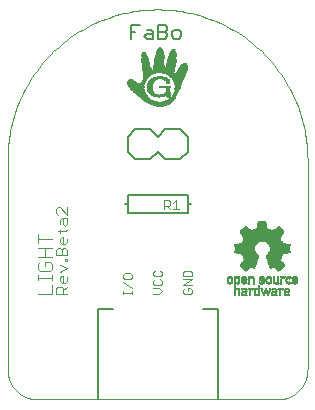
<source format=gto>
G75*
%MOIN*%
%OFA0B0*%
%FSLAX25Y25*%
%IPPOS*%
%LPD*%
%AMOC8*
5,1,8,0,0,1.08239X$1,22.5*
%
%ADD10C,0.00400*%
%ADD11C,0.00300*%
%ADD12C,0.00800*%
%ADD13C,0.00000*%
%ADD14C,0.00500*%
%ADD15R,0.01012X0.00046*%
%ADD16R,0.01840X0.00046*%
%ADD17R,0.02438X0.00046*%
%ADD18R,0.02852X0.00046*%
%ADD19R,0.03266X0.00046*%
%ADD20R,0.03634X0.00046*%
%ADD21R,0.03910X0.00046*%
%ADD22R,0.04232X0.00046*%
%ADD23R,0.04462X0.00046*%
%ADD24R,0.04738X0.00046*%
%ADD25R,0.04968X0.00046*%
%ADD26R,0.05198X0.00046*%
%ADD27R,0.05428X0.00046*%
%ADD28R,0.05612X0.00046*%
%ADD29R,0.05750X0.00046*%
%ADD30R,0.05980X0.00046*%
%ADD31R,0.06164X0.00046*%
%ADD32R,0.06394X0.00046*%
%ADD33R,0.06532X0.00046*%
%ADD34R,0.06716X0.00046*%
%ADD35R,0.06854X0.00046*%
%ADD36R,0.07038X0.00046*%
%ADD37R,0.07176X0.00046*%
%ADD38R,0.07360X0.00046*%
%ADD39R,0.07498X0.00046*%
%ADD40R,0.07636X0.00046*%
%ADD41R,0.07774X0.00046*%
%ADD42R,0.07958X0.00046*%
%ADD43R,0.08096X0.00046*%
%ADD44R,0.08234X0.00046*%
%ADD45R,0.08326X0.00046*%
%ADD46R,0.08464X0.00046*%
%ADD47R,0.08602X0.00046*%
%ADD48R,0.04048X0.00046*%
%ADD49R,0.03496X0.00046*%
%ADD50R,0.03772X0.00046*%
%ADD51R,0.03174X0.00046*%
%ADD52R,0.03588X0.00046*%
%ADD53R,0.03036X0.00046*%
%ADD54R,0.03542X0.00046*%
%ADD55R,0.03404X0.00046*%
%ADD56R,0.02760X0.00046*%
%ADD57R,0.03312X0.00046*%
%ADD58R,0.02668X0.00046*%
%ADD59R,0.03220X0.00046*%
%ADD60R,0.02576X0.00046*%
%ADD61R,0.03220X0.00046*%
%ADD62R,0.02484X0.00046*%
%ADD63R,0.03128X0.00046*%
%ADD64R,0.02346X0.00046*%
%ADD65R,0.02300X0.00046*%
%ADD66R,0.02254X0.00046*%
%ADD67R,0.02990X0.00046*%
%ADD68R,0.02162X0.00046*%
%ADD69R,0.02944X0.00046*%
%ADD70R,0.02116X0.00046*%
%ADD71R,0.02070X0.00046*%
%ADD72R,0.02024X0.00046*%
%ADD73R,0.02898X0.00046*%
%ADD74R,0.01978X0.00046*%
%ADD75R,0.01932X0.00046*%
%ADD76R,0.02898X0.00046*%
%ADD77R,0.01886X0.00046*%
%ADD78R,0.01840X0.00046*%
%ADD79R,0.01794X0.00046*%
%ADD80R,0.01748X0.00046*%
%ADD81R,0.01702X0.00046*%
%ADD82R,0.01656X0.00046*%
%ADD83R,0.01564X0.00046*%
%ADD84R,0.01610X0.00046*%
%ADD85R,0.02990X0.00046*%
%ADD86R,0.00506X0.00046*%
%ADD87R,0.01288X0.00046*%
%ADD88R,0.01518X0.00046*%
%ADD89R,0.01564X0.00046*%
%ADD90R,0.01334X0.00046*%
%ADD91R,0.01380X0.00046*%
%ADD92R,0.03082X0.00046*%
%ADD93R,0.01426X0.00046*%
%ADD94R,0.03818X0.00046*%
%ADD95R,0.04002X0.00046*%
%ADD96R,0.01472X0.00046*%
%ADD97R,0.04278X0.00046*%
%ADD98R,0.04462X0.00046*%
%ADD99R,0.04600X0.00046*%
%ADD100R,0.04784X0.00046*%
%ADD101R,0.01426X0.00046*%
%ADD102R,0.06440X0.00046*%
%ADD103R,0.06486X0.00046*%
%ADD104R,0.06578X0.00046*%
%ADD105R,0.02208X0.00046*%
%ADD106R,0.02714X0.00046*%
%ADD107R,0.03358X0.00046*%
%ADD108R,0.02070X0.00046*%
%ADD109R,0.03404X0.00046*%
%ADD110R,0.03450X0.00046*%
%ADD111R,0.01978X0.00046*%
%ADD112R,0.03634X0.00046*%
%ADD113R,0.03680X0.00046*%
%ADD114R,0.03726X0.00046*%
%ADD115R,0.03864X0.00046*%
%ADD116R,0.03956X0.00046*%
%ADD117R,0.04094X0.00046*%
%ADD118R,0.04140X0.00046*%
%ADD119R,0.04140X0.00046*%
%ADD120R,0.04186X0.00046*%
%ADD121R,0.01748X0.00046*%
%ADD122R,0.04324X0.00046*%
%ADD123R,0.04370X0.00046*%
%ADD124R,0.04416X0.00046*%
%ADD125R,0.04508X0.00046*%
%ADD126R,0.01656X0.00046*%
%ADD127R,0.04554X0.00046*%
%ADD128R,0.04646X0.00046*%
%ADD129R,0.04692X0.00046*%
%ADD130R,0.04784X0.00046*%
%ADD131R,0.04830X0.00046*%
%ADD132R,0.04876X0.00046*%
%ADD133R,0.04922X0.00046*%
%ADD134R,0.05014X0.00046*%
%ADD135R,0.05060X0.00046*%
%ADD136R,0.05106X0.00046*%
%ADD137R,0.05152X0.00046*%
%ADD138R,0.05244X0.00046*%
%ADD139R,0.05290X0.00046*%
%ADD140R,0.05382X0.00046*%
%ADD141R,0.02162X0.00046*%
%ADD142R,0.05474X0.00046*%
%ADD143R,0.05520X0.00046*%
%ADD144R,0.05566X0.00046*%
%ADD145R,0.05612X0.00046*%
%ADD146R,0.02392X0.00046*%
%ADD147R,0.05658X0.00046*%
%ADD148R,0.05704X0.00046*%
%ADD149R,0.02484X0.00046*%
%ADD150R,0.02530X0.00046*%
%ADD151R,0.05796X0.00046*%
%ADD152R,0.01242X0.00046*%
%ADD153R,0.01150X0.00046*%
%ADD154R,0.01104X0.00046*%
%ADD155R,0.02806X0.00046*%
%ADD156R,0.01058X0.00046*%
%ADD157R,0.01012X0.00046*%
%ADD158R,0.00966X0.00046*%
%ADD159R,0.02622X0.00046*%
%ADD160R,0.02576X0.00046*%
%ADD161R,0.02392X0.00046*%
%ADD162R,0.01334X0.00046*%
%ADD163R,0.00874X0.00046*%
%ADD164R,0.03726X0.00046*%
%ADD165R,0.00552X0.00046*%
%ADD166R,0.01196X0.00046*%
%ADD167R,0.01242X0.00046*%
%ADD168R,0.05336X0.00046*%
%ADD169R,0.02668X0.00046*%
%ADD170R,0.04876X0.00046*%
%ADD171R,0.05290X0.00046*%
%ADD172R,0.05520X0.00046*%
%ADD173R,0.05704X0.00046*%
%ADD174R,0.05888X0.00046*%
%ADD175R,0.05934X0.00046*%
%ADD176R,0.02806X0.00046*%
%ADD177R,0.06026X0.00046*%
%ADD178R,0.06164X0.00046*%
%ADD179R,0.06256X0.00046*%
%ADD180R,0.06348X0.00046*%
%ADD181R,0.03128X0.00046*%
%ADD182R,0.03956X0.00046*%
%ADD183R,0.10258X0.00046*%
%ADD184R,0.10304X0.00046*%
%ADD185R,0.10350X0.00046*%
%ADD186R,0.10396X0.00046*%
%ADD187R,0.10442X0.00046*%
%ADD188R,0.10488X0.00046*%
%ADD189R,0.10534X0.00046*%
%ADD190R,0.10580X0.00046*%
%ADD191R,0.07406X0.00046*%
%ADD192R,0.00736X0.00046*%
%ADD193R,0.03312X0.00046*%
%ADD194R,0.00920X0.00046*%
%ADD195R,0.00828X0.00046*%
%ADD196R,0.00690X0.00046*%
%ADD197R,0.00230X0.00046*%
%ADD198R,0.00782X0.00046*%
%ADD199R,0.00644X0.00046*%
%ADD200R,0.00276X0.00046*%
%ADD201R,0.00414X0.00046*%
%ADD202R,0.00650X0.00050*%
%ADD203R,0.00950X0.00050*%
%ADD204R,0.00800X0.00050*%
%ADD205R,0.00550X0.00050*%
%ADD206R,0.00600X0.00050*%
%ADD207R,0.01750X0.00050*%
%ADD208R,0.01000X0.00050*%
%ADD209R,0.01200X0.00050*%
%ADD210R,0.01800X0.00050*%
%ADD211R,0.01350X0.00050*%
%ADD212R,0.01900X0.00050*%
%ADD213R,0.00700X0.00050*%
%ADD214R,0.01850X0.00050*%
%ADD215R,0.01500X0.00050*%
%ADD216R,0.01950X0.00050*%
%ADD217R,0.01650X0.00050*%
%ADD218R,0.00750X0.00050*%
%ADD219R,0.02000X0.00050*%
%ADD220R,0.02050X0.00050*%
%ADD221R,0.00850X0.00050*%
%ADD222R,0.02100X0.00050*%
%ADD223R,0.00900X0.00050*%
%ADD224R,0.00450X0.00050*%
%ADD225R,0.00300X0.00050*%
%ADD226R,0.00200X0.00050*%
%ADD227R,0.01050X0.00050*%
%ADD228R,0.00100X0.00050*%
%ADD229R,0.01100X0.00050*%
%ADD230R,0.01150X0.00050*%
%ADD231R,0.02200X0.00050*%
%ADD232R,0.01250X0.00050*%
%ADD233R,0.00150X0.00050*%
%ADD234R,0.00250X0.00050*%
%ADD235R,0.00500X0.00050*%
%ADD236R,0.01550X0.00050*%
%ADD237R,0.01600X0.00050*%
%ADD238R,0.01700X0.00050*%
%ADD239R,0.01400X0.00050*%
%ADD240R,0.01300X0.00050*%
%ADD241R,0.00400X0.00050*%
%ADD242R,0.01450X0.00050*%
%ADD243R,0.02150X0.00050*%
%ADD244R,0.00350X0.00050*%
%ADD245R,0.00050X0.00050*%
%ADD246R,0.02250X0.00050*%
%ADD247R,0.02400X0.00050*%
%ADD248R,0.02500X0.00050*%
%ADD249R,0.02650X0.00050*%
%ADD250R,0.02750X0.00050*%
%ADD251R,0.02900X0.00050*%
%ADD252R,0.03000X0.00050*%
%ADD253R,0.03150X0.00050*%
%ADD254R,0.03250X0.00050*%
%ADD255R,0.04600X0.00050*%
%ADD256R,0.04650X0.00050*%
%ADD257R,0.04750X0.00050*%
%ADD258R,0.04800X0.00050*%
%ADD259R,0.04900X0.00050*%
%ADD260R,0.04950X0.00050*%
%ADD261R,0.05000X0.00050*%
%ADD262R,0.05100X0.00050*%
%ADD263R,0.05150X0.00050*%
%ADD264R,0.05200X0.00050*%
%ADD265R,0.05250X0.00050*%
%ADD266R,0.05050X0.00050*%
%ADD267R,0.04850X0.00050*%
%ADD268R,0.05300X0.00050*%
%ADD269R,0.05350X0.00050*%
%ADD270R,0.05450X0.00050*%
%ADD271R,0.05500X0.00050*%
%ADD272R,0.05550X0.00050*%
%ADD273R,0.05650X0.00050*%
%ADD274R,0.05600X0.00050*%
%ADD275R,0.05400X0.00050*%
%ADD276R,0.05700X0.00050*%
%ADD277R,0.05900X0.00050*%
%ADD278R,0.06150X0.00050*%
%ADD279R,0.06350X0.00050*%
%ADD280R,0.06550X0.00050*%
%ADD281R,0.06850X0.00050*%
%ADD282R,0.07050X0.00050*%
%ADD283R,0.07100X0.00050*%
%ADD284R,0.07000X0.00050*%
%ADD285R,0.06950X0.00050*%
%ADD286R,0.06900X0.00050*%
%ADD287R,0.06800X0.00050*%
%ADD288R,0.06600X0.00050*%
%ADD289R,0.05750X0.00050*%
%ADD290R,0.06050X0.00050*%
%ADD291R,0.13050X0.00050*%
%ADD292R,0.12950X0.00050*%
%ADD293R,0.12850X0.00050*%
%ADD294R,0.12750X0.00050*%
%ADD295R,0.12650X0.00050*%
%ADD296R,0.12550X0.00050*%
%ADD297R,0.12450X0.00050*%
%ADD298R,0.12350X0.00050*%
%ADD299R,0.12250X0.00050*%
%ADD300R,0.12150X0.00050*%
%ADD301R,0.13150X0.00050*%
%ADD302R,0.13250X0.00050*%
%ADD303R,0.13350X0.00050*%
%ADD304R,0.13450X0.00050*%
%ADD305R,0.13550X0.00050*%
%ADD306R,0.13650X0.00050*%
%ADD307R,0.13750X0.00050*%
%ADD308R,0.13850X0.00050*%
%ADD309R,0.13950X0.00050*%
%ADD310R,0.14050X0.00050*%
%ADD311R,0.14150X0.00050*%
%ADD312R,0.14250X0.00050*%
%ADD313R,0.14350X0.00050*%
%ADD314R,0.14450X0.00050*%
%ADD315R,0.14550X0.00050*%
%ADD316R,0.14650X0.00050*%
%ADD317R,0.14750X0.00050*%
%ADD318R,0.14850X0.00050*%
%ADD319R,0.14950X0.00050*%
%ADD320R,0.03450X0.00050*%
%ADD321R,0.06750X0.00050*%
%ADD322R,0.03300X0.00050*%
%ADD323R,0.06450X0.00050*%
%ADD324R,0.03200X0.00050*%
%ADD325R,0.06250X0.00050*%
%ADD326R,0.03050X0.00050*%
%ADD327R,0.05950X0.00050*%
%ADD328R,0.02950X0.00050*%
%ADD329R,0.02850X0.00050*%
%ADD330R,0.02800X0.00050*%
%ADD331R,0.02700X0.00050*%
%ADD332R,0.02600X0.00050*%
%ADD333R,0.02450X0.00050*%
%ADD334R,0.02350X0.00050*%
%ADD335R,0.04550X0.00050*%
%ADD336R,0.04250X0.00050*%
%ADD337R,0.04050X0.00050*%
%ADD338R,0.03750X0.00050*%
%ADD339R,0.03650X0.00050*%
%ADD340R,0.03550X0.00050*%
%ADD341R,0.03350X0.00050*%
D10*
X0016996Y0059206D02*
X0021600Y0059206D01*
X0021600Y0062275D01*
X0021600Y0063810D02*
X0021600Y0065344D01*
X0021600Y0064577D02*
X0016996Y0064577D01*
X0016996Y0063810D02*
X0016996Y0065344D01*
X0017763Y0066879D02*
X0020833Y0066879D01*
X0021600Y0067646D01*
X0021600Y0069181D01*
X0020833Y0069948D01*
X0019298Y0069948D01*
X0019298Y0068414D01*
X0017763Y0069948D02*
X0016996Y0069181D01*
X0016996Y0067646D01*
X0017763Y0066879D01*
X0016996Y0071483D02*
X0021600Y0071483D01*
X0021600Y0074552D02*
X0016996Y0074552D01*
X0016996Y0076087D02*
X0016996Y0079156D01*
X0016996Y0077622D02*
X0021600Y0077622D01*
X0019298Y0074552D02*
X0019298Y0071483D01*
D11*
X0022947Y0072047D02*
X0022947Y0073898D01*
X0023564Y0074516D01*
X0024181Y0074516D01*
X0024798Y0073898D01*
X0024798Y0072047D01*
X0026033Y0070823D02*
X0026033Y0070205D01*
X0026650Y0070205D01*
X0026650Y0070823D01*
X0026033Y0070823D01*
X0026650Y0072047D02*
X0026650Y0073898D01*
X0026033Y0074516D01*
X0025416Y0074516D01*
X0024798Y0073898D01*
X0022947Y0072047D02*
X0026650Y0072047D01*
X0024181Y0068991D02*
X0026650Y0067757D01*
X0024181Y0066522D01*
X0024798Y0065308D02*
X0025416Y0065308D01*
X0025416Y0062839D01*
X0026033Y0062839D02*
X0024798Y0062839D01*
X0024181Y0063456D01*
X0024181Y0064691D01*
X0024798Y0065308D01*
X0026650Y0063456D02*
X0026033Y0062839D01*
X0026650Y0063456D02*
X0026650Y0064691D01*
X0026650Y0061625D02*
X0025416Y0060390D01*
X0025416Y0061007D02*
X0025416Y0059156D01*
X0026650Y0059156D02*
X0022947Y0059156D01*
X0022947Y0061007D01*
X0023564Y0061625D01*
X0024798Y0061625D01*
X0025416Y0061007D01*
X0025416Y0075730D02*
X0025416Y0078199D01*
X0024798Y0078199D01*
X0024181Y0077582D01*
X0024181Y0076347D01*
X0024798Y0075730D01*
X0026033Y0075730D01*
X0026650Y0076347D01*
X0026650Y0077582D01*
X0026033Y0080030D02*
X0026650Y0080648D01*
X0026033Y0080030D02*
X0023564Y0080030D01*
X0024181Y0079413D02*
X0024181Y0080648D01*
X0024181Y0082486D02*
X0024181Y0083720D01*
X0024798Y0084337D01*
X0026650Y0084337D01*
X0026650Y0082486D01*
X0026033Y0081869D01*
X0025416Y0082486D01*
X0025416Y0084337D01*
X0026650Y0085552D02*
X0024181Y0088021D01*
X0023564Y0088021D01*
X0022947Y0087403D01*
X0022947Y0086169D01*
X0023564Y0085552D01*
X0026650Y0085552D02*
X0026650Y0088021D01*
X0045831Y0066002D02*
X0045348Y0065518D01*
X0045348Y0064551D01*
X0045831Y0064067D01*
X0047766Y0064067D01*
X0048250Y0064551D01*
X0048250Y0065518D01*
X0047766Y0066002D01*
X0045831Y0066002D01*
X0045348Y0063055D02*
X0048250Y0061120D01*
X0048250Y0060123D02*
X0048250Y0059156D01*
X0048250Y0059640D02*
X0045348Y0059640D01*
X0045348Y0060123D02*
X0045348Y0059156D01*
X0055348Y0059156D02*
X0057283Y0059156D01*
X0058250Y0060123D01*
X0057283Y0061091D01*
X0055348Y0061091D01*
X0055831Y0062102D02*
X0055348Y0062586D01*
X0055348Y0063554D01*
X0055831Y0064037D01*
X0055831Y0065049D02*
X0055348Y0065533D01*
X0055348Y0066500D01*
X0055831Y0066984D01*
X0055831Y0065049D02*
X0057766Y0065049D01*
X0058250Y0065533D01*
X0058250Y0066500D01*
X0057766Y0066984D01*
X0057766Y0064037D02*
X0058250Y0063554D01*
X0058250Y0062586D01*
X0057766Y0062102D01*
X0055831Y0062102D01*
X0065348Y0062102D02*
X0068250Y0064037D01*
X0065348Y0064037D01*
X0065348Y0065049D02*
X0065348Y0066500D01*
X0065831Y0066984D01*
X0067766Y0066984D01*
X0068250Y0066500D01*
X0068250Y0065049D01*
X0065348Y0065049D01*
X0065348Y0062102D02*
X0068250Y0062102D01*
X0067766Y0061091D02*
X0066799Y0061091D01*
X0066799Y0060123D01*
X0067766Y0059156D02*
X0065831Y0059156D01*
X0065348Y0059640D01*
X0065348Y0060607D01*
X0065831Y0061091D01*
X0067766Y0061091D02*
X0068250Y0060607D01*
X0068250Y0059640D01*
X0067766Y0059156D01*
X0063938Y0087456D02*
X0062003Y0087456D01*
X0062971Y0087456D02*
X0062971Y0090358D01*
X0062003Y0089391D01*
X0060992Y0089875D02*
X0060508Y0090358D01*
X0059057Y0090358D01*
X0059057Y0087456D01*
X0059057Y0088423D02*
X0060508Y0088423D01*
X0060992Y0088907D01*
X0060992Y0089875D01*
X0060024Y0088423D02*
X0060992Y0087456D01*
D12*
X0066800Y0086006D02*
X0066800Y0089006D01*
X0067800Y0089006D01*
X0066800Y0089006D02*
X0066800Y0092006D01*
X0046800Y0092006D01*
X0046800Y0089006D01*
X0045800Y0089006D01*
X0046800Y0089006D02*
X0046800Y0086006D01*
X0066800Y0086006D01*
X0064300Y0104006D02*
X0059300Y0104006D01*
X0056800Y0106506D01*
X0054300Y0104006D01*
X0049300Y0104006D01*
X0046800Y0106506D01*
X0046800Y0111506D01*
X0049300Y0114006D01*
X0054300Y0114006D01*
X0056800Y0111506D01*
X0059300Y0114006D01*
X0064300Y0114006D01*
X0066800Y0111506D01*
X0066800Y0106506D01*
X0064300Y0104006D01*
D13*
X0096800Y0024006D02*
X0016800Y0024006D01*
X0016558Y0024009D01*
X0016317Y0024018D01*
X0016076Y0024032D01*
X0015835Y0024053D01*
X0015595Y0024079D01*
X0015355Y0024111D01*
X0015116Y0024149D01*
X0014879Y0024192D01*
X0014642Y0024242D01*
X0014407Y0024297D01*
X0014173Y0024357D01*
X0013941Y0024424D01*
X0013710Y0024495D01*
X0013481Y0024573D01*
X0013254Y0024656D01*
X0013029Y0024744D01*
X0012806Y0024838D01*
X0012586Y0024937D01*
X0012368Y0025042D01*
X0012153Y0025151D01*
X0011940Y0025266D01*
X0011730Y0025386D01*
X0011524Y0025511D01*
X0011320Y0025641D01*
X0011119Y0025776D01*
X0010922Y0025916D01*
X0010728Y0026060D01*
X0010538Y0026209D01*
X0010352Y0026363D01*
X0010169Y0026521D01*
X0009990Y0026683D01*
X0009815Y0026850D01*
X0009644Y0027021D01*
X0009477Y0027196D01*
X0009315Y0027375D01*
X0009157Y0027558D01*
X0009003Y0027744D01*
X0008854Y0027934D01*
X0008710Y0028128D01*
X0008570Y0028325D01*
X0008435Y0028526D01*
X0008305Y0028730D01*
X0008180Y0028936D01*
X0008060Y0029146D01*
X0007945Y0029359D01*
X0007836Y0029574D01*
X0007731Y0029792D01*
X0007632Y0030012D01*
X0007538Y0030235D01*
X0007450Y0030460D01*
X0007367Y0030687D01*
X0007289Y0030916D01*
X0007218Y0031147D01*
X0007151Y0031379D01*
X0007091Y0031613D01*
X0007036Y0031848D01*
X0006986Y0032085D01*
X0006943Y0032322D01*
X0006905Y0032561D01*
X0006873Y0032801D01*
X0006847Y0033041D01*
X0006826Y0033282D01*
X0006812Y0033523D01*
X0006803Y0033764D01*
X0006800Y0034006D01*
X0006800Y0104006D01*
X0006815Y0105224D01*
X0006859Y0106440D01*
X0006933Y0107656D01*
X0007037Y0108869D01*
X0007170Y0110079D01*
X0007333Y0111286D01*
X0007525Y0112488D01*
X0007746Y0113686D01*
X0007996Y0114878D01*
X0008275Y0116063D01*
X0008583Y0117241D01*
X0008920Y0118411D01*
X0009285Y0119573D01*
X0009678Y0120725D01*
X0010099Y0121868D01*
X0010548Y0122999D01*
X0011024Y0124120D01*
X0011528Y0125229D01*
X0012058Y0126325D01*
X0012615Y0127408D01*
X0013198Y0128477D01*
X0013806Y0129531D01*
X0014441Y0130571D01*
X0015100Y0131594D01*
X0015784Y0132602D01*
X0016493Y0133592D01*
X0017225Y0134565D01*
X0017981Y0135519D01*
X0018760Y0136455D01*
X0019561Y0137372D01*
X0020385Y0138269D01*
X0021230Y0139145D01*
X0022096Y0140001D01*
X0022983Y0140836D01*
X0023890Y0141648D01*
X0024816Y0142438D01*
X0025762Y0143206D01*
X0026725Y0143950D01*
X0027707Y0144670D01*
X0028706Y0145367D01*
X0029721Y0146039D01*
X0030753Y0146686D01*
X0031800Y0147307D01*
X0032862Y0147903D01*
X0033938Y0148473D01*
X0035027Y0149017D01*
X0036130Y0149533D01*
X0037245Y0150023D01*
X0038371Y0150486D01*
X0039508Y0150921D01*
X0040656Y0151328D01*
X0041813Y0151707D01*
X0042979Y0152058D01*
X0044153Y0152380D01*
X0045335Y0152674D01*
X0046524Y0152939D01*
X0047718Y0153174D01*
X0048918Y0153381D01*
X0050123Y0153558D01*
X0051331Y0153706D01*
X0052543Y0153824D01*
X0053758Y0153913D01*
X0054974Y0153973D01*
X0056191Y0154002D01*
X0057409Y0154002D01*
X0058626Y0153973D01*
X0059842Y0153913D01*
X0061057Y0153824D01*
X0062269Y0153706D01*
X0063477Y0153558D01*
X0064682Y0153381D01*
X0065882Y0153174D01*
X0067076Y0152939D01*
X0068265Y0152674D01*
X0069447Y0152380D01*
X0070621Y0152058D01*
X0071787Y0151707D01*
X0072944Y0151328D01*
X0074092Y0150921D01*
X0075229Y0150486D01*
X0076355Y0150023D01*
X0077470Y0149533D01*
X0078573Y0149017D01*
X0079662Y0148473D01*
X0080738Y0147903D01*
X0081800Y0147307D01*
X0082847Y0146686D01*
X0083879Y0146039D01*
X0084894Y0145367D01*
X0085893Y0144670D01*
X0086875Y0143950D01*
X0087838Y0143206D01*
X0088784Y0142438D01*
X0089710Y0141648D01*
X0090617Y0140836D01*
X0091504Y0140001D01*
X0092370Y0139145D01*
X0093215Y0138269D01*
X0094039Y0137372D01*
X0094840Y0136455D01*
X0095619Y0135519D01*
X0096375Y0134565D01*
X0097107Y0133592D01*
X0097816Y0132602D01*
X0098500Y0131594D01*
X0099159Y0130571D01*
X0099794Y0129531D01*
X0100402Y0128477D01*
X0100985Y0127408D01*
X0101542Y0126325D01*
X0102072Y0125229D01*
X0102576Y0124120D01*
X0103052Y0122999D01*
X0103501Y0121868D01*
X0103922Y0120725D01*
X0104315Y0119573D01*
X0104680Y0118411D01*
X0105017Y0117241D01*
X0105325Y0116063D01*
X0105604Y0114878D01*
X0105854Y0113686D01*
X0106075Y0112488D01*
X0106267Y0111286D01*
X0106430Y0110079D01*
X0106563Y0108869D01*
X0106667Y0107656D01*
X0106741Y0106440D01*
X0106785Y0105224D01*
X0106800Y0104006D01*
X0106800Y0034006D01*
X0106797Y0033764D01*
X0106788Y0033523D01*
X0106774Y0033282D01*
X0106753Y0033041D01*
X0106727Y0032801D01*
X0106695Y0032561D01*
X0106657Y0032322D01*
X0106614Y0032085D01*
X0106564Y0031848D01*
X0106509Y0031613D01*
X0106449Y0031379D01*
X0106382Y0031147D01*
X0106311Y0030916D01*
X0106233Y0030687D01*
X0106150Y0030460D01*
X0106062Y0030235D01*
X0105968Y0030012D01*
X0105869Y0029792D01*
X0105764Y0029574D01*
X0105655Y0029359D01*
X0105540Y0029146D01*
X0105420Y0028936D01*
X0105295Y0028730D01*
X0105165Y0028526D01*
X0105030Y0028325D01*
X0104890Y0028128D01*
X0104746Y0027934D01*
X0104597Y0027744D01*
X0104443Y0027558D01*
X0104285Y0027375D01*
X0104123Y0027196D01*
X0103956Y0027021D01*
X0103785Y0026850D01*
X0103610Y0026683D01*
X0103431Y0026521D01*
X0103248Y0026363D01*
X0103062Y0026209D01*
X0102872Y0026060D01*
X0102678Y0025916D01*
X0102481Y0025776D01*
X0102280Y0025641D01*
X0102076Y0025511D01*
X0101870Y0025386D01*
X0101660Y0025266D01*
X0101447Y0025151D01*
X0101232Y0025042D01*
X0101014Y0024937D01*
X0100794Y0024838D01*
X0100571Y0024744D01*
X0100346Y0024656D01*
X0100119Y0024573D01*
X0099890Y0024495D01*
X0099659Y0024424D01*
X0099427Y0024357D01*
X0099193Y0024297D01*
X0098958Y0024242D01*
X0098721Y0024192D01*
X0098484Y0024149D01*
X0098245Y0024111D01*
X0098005Y0024079D01*
X0097765Y0024053D01*
X0097524Y0024032D01*
X0097283Y0024018D01*
X0097042Y0024009D01*
X0096800Y0024006D01*
D14*
X0076800Y0024006D02*
X0076800Y0054006D01*
X0071800Y0054006D01*
X0041800Y0054006D02*
X0036800Y0054006D01*
X0036800Y0024006D01*
X0047842Y0144256D02*
X0047842Y0148760D01*
X0050845Y0148760D01*
X0049343Y0146508D02*
X0047842Y0146508D01*
X0052446Y0145007D02*
X0053197Y0144256D01*
X0055449Y0144256D01*
X0055449Y0146508D01*
X0054698Y0147258D01*
X0053197Y0147258D01*
X0053197Y0145757D02*
X0055449Y0145757D01*
X0057050Y0146508D02*
X0059302Y0146508D01*
X0060053Y0145757D01*
X0060053Y0145007D01*
X0059302Y0144256D01*
X0057050Y0144256D01*
X0057050Y0148760D01*
X0059302Y0148760D01*
X0060053Y0148009D01*
X0060053Y0147258D01*
X0059302Y0146508D01*
X0061654Y0146508D02*
X0061654Y0145007D01*
X0062405Y0144256D01*
X0063906Y0144256D01*
X0064656Y0145007D01*
X0064656Y0146508D01*
X0063906Y0147258D01*
X0062405Y0147258D01*
X0061654Y0146508D01*
X0053197Y0145757D02*
X0052446Y0145007D01*
D15*
X0057679Y0121506D03*
D16*
X0057679Y0121552D03*
X0060209Y0126014D03*
X0061635Y0124082D03*
X0063521Y0127762D03*
X0063521Y0127808D03*
X0059703Y0130476D03*
X0054965Y0130016D03*
X0054919Y0129970D03*
X0054827Y0129832D03*
X0054781Y0129786D03*
X0054735Y0129694D03*
X0053079Y0131442D03*
X0054735Y0126060D03*
X0054781Y0126014D03*
X0048065Y0130246D03*
X0057679Y0140320D03*
X0062049Y0139722D03*
D17*
X0061934Y0138940D03*
X0061934Y0138894D03*
X0057656Y0139584D03*
X0057656Y0139630D03*
X0052596Y0137422D03*
X0052596Y0137376D03*
X0052596Y0137330D03*
X0053378Y0131902D03*
X0056046Y0130706D03*
X0059910Y0125600D03*
X0060784Y0123392D03*
X0057656Y0121598D03*
X0055632Y0125416D03*
X0048134Y0129924D03*
X0063682Y0128958D03*
X0063682Y0128912D03*
D18*
X0063705Y0129556D03*
X0060945Y0132362D03*
X0061773Y0137790D03*
X0061773Y0137836D03*
X0061773Y0137882D03*
X0061773Y0137928D03*
X0065407Y0134432D03*
X0065407Y0134386D03*
X0057587Y0138710D03*
X0057587Y0138756D03*
X0057587Y0138802D03*
X0057587Y0138848D03*
X0052941Y0135444D03*
X0052941Y0135398D03*
X0052987Y0135260D03*
X0052987Y0135214D03*
X0052987Y0135168D03*
X0053033Y0135076D03*
X0053033Y0135030D03*
X0053079Y0134846D03*
X0053539Y0132132D03*
X0055931Y0125370D03*
X0057679Y0121644D03*
X0060347Y0123162D03*
X0052711Y0124174D03*
D19*
X0051446Y0125416D03*
X0051400Y0125462D03*
X0053746Y0132316D03*
X0057426Y0137192D03*
X0057426Y0137238D03*
X0057426Y0137284D03*
X0057426Y0137330D03*
X0057426Y0137376D03*
X0063682Y0130062D03*
X0064878Y0133098D03*
X0064878Y0133144D03*
X0064924Y0133190D03*
X0057196Y0124864D03*
X0057656Y0121690D03*
D20*
X0057656Y0121736D03*
X0059312Y0125370D03*
X0048594Y0129234D03*
D21*
X0054022Y0132546D03*
X0057196Y0134248D03*
X0057196Y0134294D03*
X0057196Y0134340D03*
X0057196Y0134386D03*
X0057656Y0121782D03*
D22*
X0057633Y0121828D03*
X0050411Y0126796D03*
X0057679Y0131074D03*
X0063567Y0130936D03*
D23*
X0063498Y0131120D03*
X0057610Y0121874D03*
D24*
X0057610Y0121920D03*
X0050066Y0127394D03*
X0063452Y0131304D03*
D25*
X0063383Y0131488D03*
X0057587Y0121966D03*
X0049905Y0127762D03*
D26*
X0049790Y0128084D03*
X0049790Y0128130D03*
X0057610Y0122012D03*
X0063314Y0131626D03*
D27*
X0057633Y0130752D03*
X0057587Y0122058D03*
X0049721Y0128406D03*
X0049721Y0128452D03*
X0049721Y0128498D03*
D28*
X0057587Y0122104D03*
D29*
X0057564Y0122150D03*
X0049652Y0129096D03*
X0063176Y0131948D03*
D30*
X0057541Y0122196D03*
D31*
X0057541Y0122242D03*
D32*
X0057518Y0122288D03*
D33*
X0057495Y0122334D03*
D34*
X0057495Y0122380D03*
D35*
X0057472Y0122426D03*
D36*
X0057472Y0122472D03*
D37*
X0057449Y0122518D03*
D38*
X0057449Y0122564D03*
X0058783Y0133604D03*
X0058783Y0133650D03*
X0058829Y0133788D03*
D39*
X0057426Y0122610D03*
D40*
X0057403Y0122656D03*
D41*
X0057380Y0122702D03*
D42*
X0057380Y0122748D03*
D43*
X0057357Y0122794D03*
D44*
X0057334Y0122840D03*
D45*
X0057334Y0122886D03*
D46*
X0057311Y0122932D03*
D47*
X0057288Y0122978D03*
D48*
X0054919Y0123024D03*
X0050549Y0126566D03*
X0057219Y0133972D03*
X0063567Y0130798D03*
D49*
X0063659Y0130292D03*
X0064533Y0132546D03*
X0064579Y0132592D03*
X0060577Y0132592D03*
X0057311Y0135950D03*
X0057311Y0135996D03*
X0057311Y0136042D03*
X0057311Y0136088D03*
X0057311Y0136134D03*
X0057311Y0136180D03*
X0051055Y0125876D03*
X0051101Y0125830D03*
X0048525Y0129280D03*
X0059887Y0123024D03*
D50*
X0059243Y0128314D03*
X0057219Y0134662D03*
X0057219Y0134708D03*
X0057219Y0134754D03*
X0057219Y0134800D03*
X0057219Y0134846D03*
X0050779Y0126244D03*
X0050825Y0126198D03*
X0054735Y0123070D03*
D51*
X0051676Y0125140D03*
X0051630Y0125186D03*
X0051584Y0125232D03*
X0048364Y0129464D03*
X0053470Y0133604D03*
X0057472Y0137652D03*
X0057472Y0137698D03*
X0057472Y0137744D03*
X0057472Y0137790D03*
X0057472Y0137836D03*
X0061106Y0134478D03*
X0061060Y0134294D03*
X0061014Y0134156D03*
X0061014Y0134110D03*
X0060968Y0134018D03*
X0060968Y0133972D03*
X0060922Y0133834D03*
X0060738Y0132500D03*
X0065016Y0133420D03*
X0065062Y0133512D03*
X0060094Y0123070D03*
D52*
X0054551Y0123116D03*
X0053907Y0132454D03*
X0057265Y0135444D03*
X0057265Y0135490D03*
X0057265Y0135536D03*
X0057265Y0135582D03*
X0057265Y0135628D03*
X0064441Y0132408D03*
X0063659Y0130384D03*
D53*
X0063705Y0129786D03*
X0065223Y0133926D03*
X0065269Y0134018D03*
X0061543Y0136456D03*
X0061543Y0136502D03*
X0061543Y0136548D03*
X0061589Y0136686D03*
X0061589Y0136732D03*
X0061589Y0136778D03*
X0061589Y0136824D03*
X0061635Y0136916D03*
X0061635Y0136962D03*
X0061635Y0137008D03*
X0061635Y0137054D03*
X0057541Y0138250D03*
X0057541Y0138296D03*
X0057541Y0138342D03*
X0057541Y0138388D03*
X0053309Y0134064D03*
X0053309Y0134018D03*
X0053355Y0133972D03*
X0053355Y0133926D03*
X0053631Y0132224D03*
X0048295Y0129556D03*
X0051929Y0124864D03*
X0053631Y0123530D03*
X0053723Y0123484D03*
X0060209Y0123116D03*
D54*
X0057196Y0124910D03*
X0054436Y0123162D03*
X0051032Y0125922D03*
X0057288Y0135674D03*
X0057288Y0135720D03*
X0057288Y0135766D03*
X0057288Y0135812D03*
X0057288Y0135858D03*
X0057288Y0135904D03*
X0064464Y0132454D03*
X0064510Y0132500D03*
X0063682Y0130338D03*
D55*
X0064671Y0132730D03*
X0054321Y0123208D03*
X0051285Y0125600D03*
X0051239Y0125646D03*
X0048479Y0129326D03*
D56*
X0048203Y0129740D03*
X0052849Y0135812D03*
X0052849Y0135858D03*
X0052849Y0135904D03*
X0052849Y0135950D03*
X0052803Y0135996D03*
X0052803Y0136042D03*
X0052803Y0136088D03*
X0052803Y0136134D03*
X0057633Y0139032D03*
X0061819Y0138204D03*
X0061819Y0138158D03*
X0061819Y0138112D03*
X0065453Y0134570D03*
X0063705Y0129418D03*
X0060439Y0123208D03*
D57*
X0063705Y0130108D03*
X0064763Y0132914D03*
X0064809Y0132960D03*
X0064809Y0133006D03*
X0064855Y0133052D03*
X0060669Y0132546D03*
X0054183Y0123254D03*
X0051377Y0125508D03*
X0048433Y0129372D03*
D58*
X0048203Y0129786D03*
X0052757Y0136364D03*
X0052757Y0136410D03*
X0052757Y0136456D03*
X0052711Y0136548D03*
X0052711Y0136594D03*
X0052711Y0136640D03*
X0057633Y0139170D03*
X0057633Y0139216D03*
X0057633Y0139262D03*
X0061865Y0138480D03*
X0061865Y0138434D03*
X0061865Y0138388D03*
X0065499Y0134708D03*
X0063705Y0129326D03*
X0063705Y0129280D03*
X0063705Y0129234D03*
X0060531Y0123254D03*
D59*
X0063705Y0129970D03*
X0063705Y0130016D03*
X0060945Y0133880D03*
X0060945Y0133926D03*
X0054091Y0123300D03*
X0051469Y0125370D03*
X0048387Y0129418D03*
D60*
X0053447Y0131994D03*
X0052665Y0136824D03*
X0052665Y0136870D03*
X0052665Y0136916D03*
X0052665Y0136962D03*
X0057633Y0139354D03*
X0063705Y0129188D03*
X0063705Y0129142D03*
X0065545Y0134846D03*
X0059841Y0125554D03*
X0060623Y0123300D03*
X0057219Y0124772D03*
D61*
X0053999Y0123346D03*
X0051561Y0125278D03*
X0051515Y0125324D03*
X0057449Y0137422D03*
X0057449Y0137468D03*
X0057449Y0137514D03*
X0057449Y0137560D03*
X0057449Y0137606D03*
X0065039Y0133466D03*
X0064993Y0133374D03*
X0064993Y0133328D03*
X0064947Y0133282D03*
X0064947Y0133236D03*
D62*
X0060715Y0123346D03*
X0057679Y0139538D03*
D63*
X0057495Y0138020D03*
X0057495Y0137974D03*
X0057495Y0137928D03*
X0057495Y0137882D03*
X0061313Y0135398D03*
X0061313Y0135352D03*
X0061267Y0135168D03*
X0061267Y0135122D03*
X0061221Y0134984D03*
X0061221Y0134938D03*
X0061221Y0134892D03*
X0061175Y0134800D03*
X0061175Y0134754D03*
X0061175Y0134708D03*
X0061129Y0134662D03*
X0061129Y0134616D03*
X0061129Y0134570D03*
X0061129Y0134524D03*
X0061083Y0134432D03*
X0061083Y0134386D03*
X0061083Y0134340D03*
X0061037Y0134248D03*
X0061037Y0134202D03*
X0061405Y0135812D03*
X0065131Y0133696D03*
X0065131Y0133650D03*
X0065085Y0133604D03*
X0065085Y0133558D03*
X0063705Y0129924D03*
X0063705Y0129878D03*
X0059565Y0125416D03*
X0057725Y0131258D03*
X0053447Y0133650D03*
X0053447Y0133696D03*
X0053401Y0133788D03*
X0051745Y0125094D03*
X0053815Y0123438D03*
X0053907Y0123392D03*
D64*
X0055540Y0125462D03*
X0059956Y0125646D03*
X0060876Y0123438D03*
X0063682Y0128774D03*
X0063682Y0128820D03*
X0065614Y0135076D03*
X0061980Y0139078D03*
X0061980Y0139124D03*
X0052550Y0137652D03*
X0052550Y0137606D03*
X0052550Y0137560D03*
D65*
X0052527Y0137698D03*
X0052527Y0137744D03*
X0052527Y0137790D03*
X0057679Y0139768D03*
X0057679Y0139814D03*
X0057679Y0139860D03*
X0062003Y0139170D03*
X0065637Y0135168D03*
X0065637Y0135122D03*
X0063659Y0128728D03*
X0063659Y0128682D03*
X0063659Y0128636D03*
X0060945Y0123484D03*
X0059243Y0130706D03*
X0053309Y0131810D03*
X0048111Y0130016D03*
D66*
X0048088Y0130062D03*
X0053286Y0131764D03*
X0055908Y0130660D03*
X0060002Y0125692D03*
X0061014Y0123530D03*
X0065660Y0135214D03*
X0061980Y0139216D03*
X0052504Y0137928D03*
X0052504Y0137882D03*
X0052504Y0137836D03*
D67*
X0053194Y0134432D03*
X0053240Y0134294D03*
X0053240Y0134248D03*
X0051998Y0124818D03*
X0052044Y0124772D03*
X0052090Y0124726D03*
X0052228Y0124588D03*
X0053562Y0123576D03*
X0063728Y0129740D03*
X0065246Y0133972D03*
X0065292Y0134064D03*
X0065292Y0134110D03*
X0061612Y0136870D03*
X0061658Y0137100D03*
X0061658Y0137146D03*
X0061658Y0137192D03*
X0061658Y0137238D03*
X0061704Y0137422D03*
D68*
X0062026Y0139354D03*
X0065660Y0135260D03*
X0057748Y0131350D03*
X0055770Y0130614D03*
X0055310Y0125554D03*
X0057242Y0124726D03*
X0061060Y0123576D03*
X0061106Y0123622D03*
X0052458Y0138066D03*
X0052458Y0138112D03*
X0048088Y0130108D03*
D69*
X0048295Y0129602D03*
X0052297Y0124542D03*
X0052343Y0124496D03*
X0052389Y0124450D03*
X0052435Y0124404D03*
X0053263Y0123760D03*
X0053355Y0123714D03*
X0053401Y0123668D03*
X0053493Y0123622D03*
X0057219Y0124818D03*
X0053585Y0132178D03*
X0053217Y0134340D03*
X0053217Y0134386D03*
X0053171Y0134478D03*
X0053171Y0134524D03*
X0053125Y0134662D03*
X0057587Y0138572D03*
X0061727Y0137560D03*
X0061727Y0137514D03*
X0061727Y0137468D03*
X0061681Y0137376D03*
X0061681Y0137330D03*
X0061681Y0137284D03*
X0065361Y0134294D03*
X0065315Y0134202D03*
X0065315Y0134156D03*
X0063705Y0129694D03*
X0063705Y0129648D03*
X0060899Y0132408D03*
D70*
X0063613Y0128360D03*
X0063613Y0128314D03*
X0060071Y0125784D03*
X0061175Y0123668D03*
X0055701Y0130568D03*
X0053217Y0131672D03*
X0052435Y0138158D03*
X0052435Y0138204D03*
X0057679Y0139998D03*
X0057679Y0140044D03*
X0062003Y0139400D03*
X0065683Y0135306D03*
D71*
X0065706Y0135352D03*
X0060094Y0125830D03*
X0061244Y0123714D03*
X0053194Y0131626D03*
X0057702Y0140090D03*
D72*
X0057679Y0140136D03*
X0062049Y0139538D03*
X0055517Y0130476D03*
X0053171Y0131580D03*
X0055149Y0125646D03*
X0061313Y0123760D03*
X0063567Y0128084D03*
X0063567Y0128130D03*
X0052435Y0138250D03*
X0052435Y0138296D03*
X0048065Y0130154D03*
D73*
X0053148Y0134570D03*
X0053148Y0134616D03*
X0053102Y0134708D03*
X0053102Y0134754D03*
X0053102Y0134800D03*
X0053056Y0134892D03*
X0053056Y0134938D03*
X0053056Y0134984D03*
X0052642Y0124220D03*
X0052780Y0124128D03*
X0052826Y0124082D03*
X0053056Y0123898D03*
X0053148Y0123852D03*
X0053194Y0123806D03*
X0059680Y0125462D03*
X0065338Y0134248D03*
X0065384Y0134340D03*
D74*
X0065706Y0135398D03*
X0062026Y0139584D03*
X0059588Y0130568D03*
X0060140Y0125876D03*
X0061336Y0123806D03*
X0055080Y0125692D03*
X0055310Y0130338D03*
X0052412Y0138342D03*
X0052412Y0138388D03*
X0052412Y0138434D03*
D75*
X0052389Y0138480D03*
X0057679Y0140228D03*
X0062049Y0139630D03*
X0055241Y0130292D03*
X0055195Y0130246D03*
X0055149Y0130200D03*
X0055103Y0130154D03*
X0055057Y0130108D03*
X0060163Y0125922D03*
X0061451Y0123898D03*
X0061405Y0123852D03*
X0063567Y0127946D03*
X0063567Y0127992D03*
X0063567Y0128038D03*
X0048065Y0130200D03*
D76*
X0048272Y0129648D03*
X0052504Y0124358D03*
X0052550Y0124312D03*
X0052596Y0124266D03*
X0052872Y0124036D03*
X0052964Y0123990D03*
X0053010Y0123944D03*
X0053010Y0135122D03*
X0057564Y0138618D03*
X0057564Y0138664D03*
X0061750Y0137744D03*
X0061750Y0137698D03*
X0061750Y0137652D03*
X0061750Y0137606D03*
X0063728Y0129602D03*
D77*
X0063544Y0127900D03*
X0063544Y0127854D03*
X0061520Y0123944D03*
X0060186Y0125968D03*
X0059680Y0130522D03*
X0055034Y0130062D03*
X0054896Y0129924D03*
X0054850Y0129878D03*
X0053102Y0131488D03*
X0054804Y0125968D03*
X0054850Y0125922D03*
X0054896Y0125876D03*
X0054942Y0125830D03*
X0054988Y0125784D03*
X0052366Y0138526D03*
X0057702Y0140274D03*
X0062072Y0139676D03*
X0065752Y0135444D03*
D78*
X0063475Y0127716D03*
X0063475Y0127670D03*
X0063475Y0127624D03*
X0061589Y0124036D03*
X0061543Y0123990D03*
X0054643Y0129556D03*
X0054689Y0129648D03*
X0052389Y0138572D03*
D79*
X0052366Y0138618D03*
X0052366Y0138664D03*
X0053056Y0131396D03*
X0054482Y0129280D03*
X0054482Y0129234D03*
X0054436Y0129188D03*
X0054436Y0129142D03*
X0054436Y0129096D03*
X0054390Y0129050D03*
X0054390Y0129004D03*
X0054344Y0128866D03*
X0054298Y0128682D03*
X0054528Y0129326D03*
X0054528Y0129372D03*
X0054574Y0129418D03*
X0054574Y0129464D03*
X0054620Y0129510D03*
X0054666Y0129602D03*
X0054758Y0129740D03*
X0054528Y0126382D03*
X0054574Y0126290D03*
X0054620Y0126244D03*
X0054620Y0126198D03*
X0054666Y0126152D03*
X0054712Y0126106D03*
X0059772Y0130430D03*
X0060232Y0126106D03*
X0060232Y0126060D03*
X0061704Y0124128D03*
X0063452Y0127532D03*
X0063452Y0127578D03*
X0065752Y0135490D03*
X0062072Y0139768D03*
D80*
X0059841Y0130384D03*
X0059887Y0130338D03*
X0059933Y0130292D03*
X0060255Y0126152D03*
X0061819Y0124266D03*
X0061773Y0124220D03*
X0061727Y0124174D03*
X0054551Y0126336D03*
X0054505Y0126428D03*
X0054505Y0126474D03*
X0054459Y0126520D03*
X0054459Y0126566D03*
X0054413Y0126612D03*
X0054413Y0126658D03*
X0054367Y0126750D03*
X0054367Y0126796D03*
X0054367Y0128912D03*
X0054367Y0128958D03*
X0053033Y0131350D03*
D81*
X0053010Y0131304D03*
X0052964Y0131258D03*
X0054252Y0128452D03*
X0054206Y0128038D03*
X0054206Y0127992D03*
X0054206Y0127946D03*
X0054206Y0127900D03*
X0054206Y0127854D03*
X0054206Y0127808D03*
X0054206Y0127762D03*
X0054206Y0127716D03*
X0054206Y0127670D03*
X0054206Y0127624D03*
X0054206Y0127578D03*
X0054252Y0127394D03*
X0054252Y0127348D03*
X0054252Y0127302D03*
X0054252Y0127256D03*
X0054252Y0127210D03*
X0054298Y0127072D03*
X0054298Y0127026D03*
X0054298Y0126980D03*
X0054344Y0126842D03*
X0054390Y0126704D03*
X0059956Y0130246D03*
X0060002Y0130200D03*
X0060278Y0126244D03*
X0060278Y0126198D03*
X0061934Y0124404D03*
X0061888Y0124358D03*
X0061842Y0124312D03*
X0063406Y0127302D03*
X0063406Y0127348D03*
X0063406Y0127394D03*
X0062072Y0139814D03*
X0062072Y0139860D03*
X0057702Y0140412D03*
D82*
X0057679Y0140458D03*
X0052343Y0138802D03*
X0060025Y0130154D03*
X0060071Y0130108D03*
X0060301Y0126336D03*
X0060301Y0126290D03*
X0062003Y0124496D03*
X0061957Y0124450D03*
X0063383Y0127210D03*
X0063383Y0127256D03*
X0065775Y0135582D03*
D83*
X0062095Y0139952D03*
X0062095Y0139998D03*
X0057679Y0140504D03*
X0052895Y0131120D03*
X0060255Y0129740D03*
X0060255Y0129694D03*
X0060255Y0129648D03*
X0060301Y0129556D03*
X0060301Y0129510D03*
X0060301Y0129464D03*
X0060301Y0129418D03*
X0060301Y0129372D03*
X0060301Y0129326D03*
X0060347Y0126796D03*
X0060347Y0126750D03*
X0060347Y0126704D03*
X0060347Y0126658D03*
X0060347Y0126612D03*
X0060347Y0126566D03*
X0060347Y0126520D03*
X0062187Y0124726D03*
X0062233Y0124772D03*
X0062049Y0124542D03*
X0063199Y0126704D03*
X0063245Y0126796D03*
X0063245Y0126842D03*
D84*
X0063268Y0126888D03*
X0063314Y0127026D03*
X0063314Y0127072D03*
X0062118Y0124634D03*
X0062072Y0124588D03*
X0060324Y0126382D03*
X0060324Y0126428D03*
X0060324Y0126474D03*
X0060324Y0129280D03*
X0060278Y0129602D03*
X0060232Y0129786D03*
X0060186Y0129878D03*
X0060186Y0129924D03*
X0060140Y0129970D03*
X0060140Y0130016D03*
X0060094Y0130062D03*
X0052918Y0131166D03*
X0048042Y0130338D03*
X0052320Y0138848D03*
X0052320Y0138894D03*
D85*
X0053286Y0134202D03*
X0053286Y0134156D03*
X0053286Y0134110D03*
X0057564Y0138434D03*
X0057564Y0138480D03*
X0057564Y0138526D03*
X0052136Y0124680D03*
X0052182Y0124634D03*
D86*
X0057242Y0124634D03*
X0052228Y0139538D03*
X0062164Y0140550D03*
D87*
X0052297Y0139170D03*
X0052757Y0130798D03*
X0052711Y0130752D03*
X0051929Y0129280D03*
X0060485Y0124680D03*
X0060485Y0124634D03*
D88*
X0060370Y0125186D03*
X0060370Y0126842D03*
X0060370Y0126888D03*
X0060370Y0126934D03*
X0060370Y0126980D03*
X0060370Y0127026D03*
X0060370Y0127072D03*
X0060370Y0127118D03*
X0060370Y0127164D03*
X0060370Y0127210D03*
X0060370Y0127256D03*
X0060370Y0127302D03*
X0060370Y0127348D03*
X0060370Y0127394D03*
X0060370Y0127440D03*
X0060370Y0127486D03*
X0060370Y0127532D03*
X0060370Y0127578D03*
X0060370Y0127624D03*
X0063176Y0126658D03*
X0063176Y0126612D03*
X0063176Y0126566D03*
X0063130Y0126520D03*
X0063130Y0126474D03*
X0063084Y0126382D03*
X0063222Y0126750D03*
X0062348Y0124956D03*
X0062302Y0124910D03*
X0062302Y0124864D03*
X0062256Y0124818D03*
X0057242Y0124680D03*
X0052872Y0131074D03*
X0052320Y0138940D03*
X0057702Y0140550D03*
X0065798Y0135628D03*
D89*
X0060209Y0129832D03*
X0063291Y0126980D03*
X0063291Y0126934D03*
X0062141Y0124680D03*
D90*
X0060462Y0124726D03*
X0052780Y0130844D03*
X0052274Y0139124D03*
X0057702Y0140688D03*
D91*
X0057679Y0140642D03*
X0052297Y0139078D03*
X0052803Y0130890D03*
X0060439Y0124864D03*
X0060439Y0124818D03*
X0060439Y0124772D03*
X0065821Y0135674D03*
D92*
X0065200Y0133880D03*
X0065200Y0133834D03*
X0065154Y0133742D03*
X0063728Y0129832D03*
X0060830Y0132454D03*
X0061198Y0134846D03*
X0061244Y0135030D03*
X0061244Y0135076D03*
X0061290Y0135214D03*
X0061290Y0135260D03*
X0061290Y0135306D03*
X0061336Y0135444D03*
X0061336Y0135490D03*
X0061336Y0135536D03*
X0061382Y0135628D03*
X0061382Y0135674D03*
X0061382Y0135720D03*
X0061382Y0135766D03*
X0061428Y0135858D03*
X0061428Y0135904D03*
X0061428Y0135950D03*
X0061428Y0135996D03*
X0061474Y0136042D03*
X0061474Y0136088D03*
X0061474Y0136134D03*
X0061474Y0136180D03*
X0061474Y0136226D03*
X0061520Y0136272D03*
X0061520Y0136318D03*
X0061520Y0136364D03*
X0061520Y0136410D03*
X0061566Y0136594D03*
X0061566Y0136640D03*
X0057518Y0138066D03*
X0057518Y0138112D03*
X0057518Y0138158D03*
X0057518Y0138204D03*
X0053424Y0133742D03*
X0053378Y0133834D03*
X0053378Y0133880D03*
X0048318Y0129510D03*
X0051768Y0125048D03*
X0051814Y0125002D03*
X0051860Y0124956D03*
X0051906Y0124910D03*
D93*
X0052826Y0130936D03*
X0052826Y0130982D03*
X0060416Y0125002D03*
X0060416Y0124956D03*
X0060416Y0124910D03*
X0062578Y0125324D03*
X0062624Y0125416D03*
X0062670Y0125508D03*
X0062716Y0125554D03*
X0062716Y0125600D03*
X0062762Y0125646D03*
X0062762Y0125692D03*
X0062808Y0125738D03*
X0062808Y0125784D03*
X0062992Y0126152D03*
D94*
X0059220Y0127670D03*
X0059220Y0127716D03*
X0059220Y0127762D03*
X0059220Y0127808D03*
X0059220Y0127854D03*
X0059220Y0127900D03*
X0059220Y0127946D03*
X0059220Y0127992D03*
X0059220Y0128038D03*
X0059220Y0128084D03*
X0059220Y0128130D03*
X0059220Y0128176D03*
X0059220Y0128222D03*
X0059220Y0128268D03*
X0057196Y0124956D03*
X0050756Y0126290D03*
X0050710Y0126336D03*
X0057196Y0134616D03*
X0063636Y0130614D03*
X0063636Y0130568D03*
D95*
X0063590Y0130752D03*
X0057702Y0131120D03*
X0057196Y0134018D03*
X0057196Y0134064D03*
X0057196Y0134110D03*
X0057196Y0134156D03*
X0057196Y0125002D03*
X0050618Y0126474D03*
X0050572Y0126520D03*
D96*
X0051837Y0129234D03*
X0052849Y0131028D03*
X0048019Y0130384D03*
X0052297Y0138986D03*
X0052297Y0139032D03*
X0057679Y0140596D03*
X0062095Y0140044D03*
X0057771Y0131396D03*
X0060393Y0125140D03*
X0060393Y0125094D03*
X0060393Y0125048D03*
X0062371Y0125002D03*
X0062417Y0125048D03*
X0062417Y0125094D03*
X0062463Y0125140D03*
X0062509Y0125232D03*
X0062555Y0125278D03*
X0062601Y0125370D03*
X0062647Y0125462D03*
X0062923Y0126014D03*
X0062969Y0126106D03*
X0063015Y0126198D03*
X0063015Y0126244D03*
X0063061Y0126290D03*
X0063061Y0126336D03*
X0063107Y0126428D03*
D97*
X0063544Y0130982D03*
X0057196Y0125048D03*
X0050388Y0126842D03*
X0050342Y0126888D03*
D98*
X0050250Y0127072D03*
X0057196Y0125094D03*
D99*
X0057173Y0125140D03*
X0063475Y0131212D03*
X0050135Y0127256D03*
D100*
X0057173Y0125186D03*
D101*
X0062486Y0125186D03*
X0062854Y0125830D03*
X0062854Y0125876D03*
X0062900Y0125922D03*
X0062900Y0125968D03*
X0062946Y0126060D03*
X0062118Y0140090D03*
D102*
X0057909Y0125232D03*
D103*
X0057886Y0125278D03*
X0062946Y0132270D03*
D104*
X0062900Y0132316D03*
X0057840Y0125324D03*
D105*
X0060025Y0125738D03*
X0063659Y0128544D03*
X0063659Y0128590D03*
X0062003Y0139262D03*
X0062003Y0139308D03*
X0057679Y0139906D03*
X0057679Y0139952D03*
X0052481Y0138020D03*
X0052481Y0137974D03*
X0053263Y0131718D03*
X0055425Y0125508D03*
D106*
X0059772Y0125508D03*
X0063728Y0129372D03*
X0065476Y0134616D03*
X0065476Y0134662D03*
X0061842Y0138250D03*
X0061842Y0138296D03*
X0061842Y0138342D03*
X0057610Y0139078D03*
X0057610Y0139124D03*
X0052780Y0136318D03*
X0052780Y0136272D03*
X0052780Y0136226D03*
X0052780Y0136180D03*
X0053470Y0132040D03*
D107*
X0053792Y0132362D03*
X0057380Y0136686D03*
X0057380Y0136732D03*
X0057380Y0136778D03*
X0057380Y0136824D03*
X0057380Y0136870D03*
X0057380Y0136916D03*
X0064740Y0132868D03*
X0064740Y0132822D03*
X0064694Y0132776D03*
X0063682Y0130154D03*
X0051308Y0125554D03*
D108*
X0055218Y0125600D03*
X0055586Y0130522D03*
X0059496Y0130614D03*
X0063590Y0128268D03*
X0063590Y0128222D03*
X0063590Y0128176D03*
X0062026Y0139446D03*
X0062026Y0139492D03*
D109*
X0057357Y0136640D03*
X0057357Y0136594D03*
X0057357Y0136548D03*
X0057357Y0136502D03*
X0057357Y0136456D03*
X0064625Y0132684D03*
X0051193Y0125692D03*
D110*
X0051170Y0125738D03*
X0051124Y0125784D03*
X0053838Y0132408D03*
X0057702Y0131212D03*
X0057334Y0136226D03*
X0057334Y0136272D03*
X0057334Y0136318D03*
X0057334Y0136364D03*
X0057334Y0136410D03*
X0064602Y0132638D03*
X0063682Y0130246D03*
X0063682Y0130200D03*
D111*
X0057702Y0140182D03*
X0053148Y0131534D03*
X0055402Y0130384D03*
X0055448Y0130430D03*
X0055034Y0125738D03*
D112*
X0050986Y0125968D03*
X0050940Y0126014D03*
X0057242Y0135168D03*
X0057242Y0135214D03*
X0057242Y0135260D03*
X0057242Y0135306D03*
X0057242Y0135352D03*
X0057242Y0135398D03*
X0063636Y0130430D03*
D113*
X0063659Y0130476D03*
X0064395Y0132362D03*
X0057219Y0135122D03*
X0050871Y0126106D03*
X0050917Y0126060D03*
D114*
X0050848Y0126152D03*
X0053976Y0132500D03*
X0057702Y0131166D03*
X0057242Y0134892D03*
X0057242Y0134938D03*
X0057242Y0134984D03*
X0057242Y0135030D03*
X0057242Y0135076D03*
X0060462Y0132638D03*
D115*
X0063613Y0130660D03*
X0057219Y0134432D03*
X0057219Y0134478D03*
X0057219Y0134524D03*
X0057219Y0134570D03*
X0050687Y0126382D03*
D116*
X0050641Y0126428D03*
X0063613Y0130706D03*
D117*
X0063590Y0130844D03*
X0057196Y0133834D03*
X0057196Y0133880D03*
X0057196Y0133926D03*
X0054114Y0132592D03*
X0050526Y0126612D03*
D118*
X0050503Y0126658D03*
X0063567Y0130890D03*
D119*
X0050457Y0126704D03*
D120*
X0050434Y0126750D03*
D121*
X0054229Y0127440D03*
X0054229Y0127486D03*
X0054229Y0127532D03*
X0054275Y0127164D03*
X0054275Y0127118D03*
X0054321Y0126934D03*
X0054321Y0126888D03*
X0054229Y0128084D03*
X0054229Y0128130D03*
X0054229Y0128176D03*
X0054229Y0128222D03*
X0054229Y0128268D03*
X0054229Y0128314D03*
X0054229Y0128360D03*
X0054229Y0128406D03*
X0054275Y0128498D03*
X0054275Y0128544D03*
X0054275Y0128590D03*
X0054275Y0128636D03*
X0054321Y0128728D03*
X0054321Y0128774D03*
X0054321Y0128820D03*
X0048065Y0130292D03*
X0052343Y0138710D03*
X0052343Y0138756D03*
X0057679Y0140366D03*
X0065775Y0135536D03*
X0063429Y0127486D03*
X0063429Y0127440D03*
D122*
X0063521Y0131028D03*
X0054229Y0132638D03*
X0050319Y0126934D03*
D123*
X0050296Y0126980D03*
D124*
X0050273Y0127026D03*
X0057679Y0131028D03*
X0060117Y0132730D03*
X0063521Y0131074D03*
D125*
X0050227Y0127118D03*
X0050181Y0127164D03*
D126*
X0052941Y0131212D03*
X0062095Y0139906D03*
X0063337Y0127164D03*
X0063337Y0127118D03*
D127*
X0063498Y0131166D03*
X0054344Y0132684D03*
X0050158Y0127210D03*
D128*
X0050112Y0127302D03*
X0057656Y0130982D03*
X0063452Y0131258D03*
D129*
X0050089Y0127348D03*
D130*
X0050043Y0127440D03*
X0050043Y0127486D03*
X0049997Y0127532D03*
X0063429Y0131350D03*
D131*
X0057656Y0130936D03*
X0049974Y0127578D03*
D132*
X0049951Y0127624D03*
D133*
X0049928Y0127670D03*
X0049928Y0127716D03*
X0054528Y0132730D03*
X0063406Y0131442D03*
D134*
X0057656Y0130890D03*
X0049882Y0127854D03*
X0049882Y0127808D03*
D135*
X0049859Y0127900D03*
X0063383Y0131534D03*
D136*
X0063360Y0131580D03*
X0049836Y0127946D03*
D137*
X0049813Y0127992D03*
X0049813Y0128038D03*
X0057633Y0130844D03*
D138*
X0049767Y0128222D03*
X0049767Y0128176D03*
D139*
X0049744Y0128268D03*
X0049744Y0128314D03*
D140*
X0049744Y0128360D03*
D141*
X0059404Y0130660D03*
X0063636Y0128498D03*
X0063636Y0128452D03*
X0063636Y0128406D03*
D142*
X0063268Y0131764D03*
X0049698Y0128590D03*
X0049698Y0128544D03*
D143*
X0049675Y0128636D03*
X0049675Y0128682D03*
D144*
X0049698Y0128728D03*
X0063222Y0131856D03*
D145*
X0049675Y0128866D03*
X0049675Y0128820D03*
X0049675Y0128774D03*
D146*
X0053355Y0131856D03*
X0052573Y0137468D03*
X0052573Y0137514D03*
X0063659Y0128866D03*
X0065591Y0135030D03*
D147*
X0049652Y0128912D03*
D148*
X0049675Y0128958D03*
X0049675Y0129004D03*
X0049675Y0129050D03*
D149*
X0052619Y0137146D03*
X0052619Y0137192D03*
X0052619Y0137238D03*
X0052619Y0137284D03*
X0063705Y0129050D03*
X0063705Y0129004D03*
X0065591Y0134984D03*
D150*
X0065568Y0134938D03*
X0065568Y0134892D03*
X0061934Y0138802D03*
X0061934Y0138848D03*
X0057656Y0139400D03*
X0057656Y0139446D03*
X0057656Y0139492D03*
X0052642Y0137100D03*
X0052642Y0137054D03*
X0052642Y0137008D03*
X0053424Y0131948D03*
X0063682Y0129096D03*
D151*
X0049675Y0129142D03*
X0049675Y0129188D03*
D152*
X0051998Y0129326D03*
X0057702Y0140734D03*
D153*
X0057702Y0140780D03*
X0062118Y0140274D03*
X0052274Y0139262D03*
X0052642Y0130568D03*
X0052642Y0130522D03*
X0052596Y0130476D03*
X0052044Y0129372D03*
D154*
X0052067Y0129418D03*
X0052113Y0129464D03*
X0052573Y0130430D03*
X0048019Y0130476D03*
X0052251Y0139308D03*
D155*
X0052872Y0135766D03*
X0052872Y0135720D03*
X0052872Y0135674D03*
X0052918Y0135628D03*
X0052918Y0135582D03*
X0052918Y0135536D03*
X0052918Y0135490D03*
X0052964Y0135352D03*
X0052964Y0135306D03*
X0057610Y0138894D03*
X0057610Y0138940D03*
X0057610Y0138986D03*
X0061796Y0138066D03*
X0061796Y0138020D03*
X0061796Y0137974D03*
X0063728Y0129510D03*
X0063728Y0129464D03*
X0048226Y0129694D03*
D156*
X0052136Y0129510D03*
X0052504Y0130246D03*
X0052550Y0130338D03*
X0052550Y0130384D03*
X0057702Y0140826D03*
X0062118Y0140320D03*
D157*
X0062141Y0140366D03*
X0065867Y0135766D03*
X0052527Y0130292D03*
X0052481Y0130200D03*
X0052435Y0130108D03*
X0052251Y0129694D03*
X0052205Y0129648D03*
X0052205Y0129602D03*
X0052159Y0129556D03*
X0052251Y0139354D03*
D158*
X0057702Y0140872D03*
X0052458Y0130154D03*
X0052412Y0130062D03*
X0052412Y0130016D03*
X0052366Y0129970D03*
X0052366Y0129924D03*
X0052320Y0129878D03*
X0052320Y0129832D03*
X0052274Y0129786D03*
X0052274Y0129740D03*
D159*
X0048180Y0129832D03*
X0052734Y0136502D03*
X0052688Y0136686D03*
X0052688Y0136732D03*
X0052688Y0136778D03*
X0057656Y0139308D03*
X0061888Y0138618D03*
X0061888Y0138572D03*
X0061888Y0138526D03*
X0065522Y0134800D03*
X0065522Y0134754D03*
D160*
X0061911Y0138664D03*
X0061911Y0138710D03*
X0061911Y0138756D03*
X0048157Y0129878D03*
D161*
X0048111Y0129970D03*
X0057679Y0139676D03*
X0057679Y0139722D03*
X0061957Y0139032D03*
X0061957Y0138986D03*
D162*
X0062118Y0140136D03*
X0062118Y0140182D03*
X0048042Y0130430D03*
D163*
X0048042Y0130522D03*
X0057702Y0140918D03*
X0062164Y0140412D03*
D164*
X0063636Y0130522D03*
D165*
X0048019Y0130568D03*
D166*
X0052665Y0130614D03*
D167*
X0052688Y0130660D03*
X0052688Y0130706D03*
X0052274Y0139216D03*
X0062118Y0140228D03*
X0065844Y0135720D03*
D168*
X0063291Y0131718D03*
X0057633Y0130798D03*
D169*
X0057725Y0131304D03*
D170*
X0063429Y0131396D03*
D171*
X0063314Y0131672D03*
D172*
X0063245Y0131810D03*
D173*
X0063199Y0131902D03*
D174*
X0063153Y0131994D03*
D175*
X0063130Y0132040D03*
D176*
X0065430Y0134478D03*
X0065430Y0134524D03*
X0053516Y0132086D03*
D177*
X0063084Y0132086D03*
D178*
X0063061Y0132132D03*
D179*
X0063015Y0132178D03*
D180*
X0062969Y0132224D03*
D181*
X0060991Y0134064D03*
X0061359Y0135582D03*
X0065177Y0133788D03*
X0053677Y0132270D03*
D182*
X0057219Y0134202D03*
X0060347Y0132684D03*
D183*
X0057196Y0132776D03*
X0057196Y0132822D03*
D184*
X0057173Y0132868D03*
X0057173Y0132914D03*
X0057173Y0132960D03*
X0057173Y0133006D03*
D185*
X0057196Y0133052D03*
D186*
X0057173Y0133098D03*
X0057173Y0133144D03*
X0057173Y0133190D03*
X0057173Y0133236D03*
D187*
X0057196Y0133282D03*
D188*
X0057173Y0133328D03*
X0057173Y0133374D03*
X0057173Y0133420D03*
X0057173Y0133466D03*
D189*
X0057196Y0133512D03*
D190*
X0057173Y0133558D03*
D191*
X0058806Y0133696D03*
X0058806Y0133742D03*
D192*
X0057725Y0140964D03*
X0065913Y0135812D03*
D193*
X0057403Y0136962D03*
X0057403Y0137008D03*
X0057403Y0137054D03*
X0057403Y0137100D03*
X0057403Y0137146D03*
D194*
X0052251Y0139400D03*
D195*
X0052251Y0139446D03*
D196*
X0052228Y0139492D03*
D197*
X0052228Y0139584D03*
X0057748Y0141102D03*
D198*
X0062164Y0140458D03*
D199*
X0062141Y0140504D03*
X0057725Y0141010D03*
D200*
X0062187Y0140596D03*
D201*
X0057748Y0141056D03*
D202*
X0086175Y0066831D03*
X0086425Y0064031D03*
X0086425Y0063981D03*
X0086425Y0063931D03*
X0086475Y0063881D03*
X0087425Y0063881D03*
X0087425Y0063931D03*
X0087425Y0063981D03*
X0086275Y0062831D03*
X0085025Y0062981D03*
X0084975Y0063031D03*
X0084975Y0063081D03*
X0084975Y0063131D03*
X0084975Y0063181D03*
X0084975Y0063831D03*
X0084975Y0063931D03*
X0084975Y0063981D03*
X0085025Y0064081D03*
X0084075Y0063931D03*
X0084075Y0063881D03*
X0084075Y0063831D03*
X0084075Y0063781D03*
X0084075Y0063731D03*
X0084075Y0063681D03*
X0084075Y0063631D03*
X0084075Y0063581D03*
X0084075Y0063481D03*
X0084075Y0063431D03*
X0084075Y0063381D03*
X0084075Y0063331D03*
X0084075Y0063281D03*
X0084075Y0063231D03*
X0084075Y0063181D03*
X0084075Y0063131D03*
X0082625Y0063181D03*
X0082625Y0063231D03*
X0082625Y0063281D03*
X0082625Y0063331D03*
X0082625Y0063381D03*
X0082625Y0063431D03*
X0082625Y0063481D03*
X0082625Y0063531D03*
X0082625Y0063581D03*
X0082625Y0063631D03*
X0082625Y0063681D03*
X0082625Y0063731D03*
X0082625Y0063781D03*
X0082625Y0063831D03*
X0082625Y0063881D03*
X0082625Y0064731D03*
X0082625Y0064781D03*
X0081625Y0064031D03*
X0081675Y0063931D03*
X0081675Y0063881D03*
X0081675Y0063831D03*
X0081675Y0063781D03*
X0081675Y0063731D03*
X0081675Y0063681D03*
X0081675Y0063631D03*
X0081675Y0063581D03*
X0081675Y0063531D03*
X0081675Y0063481D03*
X0081675Y0063431D03*
X0081675Y0063381D03*
X0081675Y0063331D03*
X0081675Y0063281D03*
X0081675Y0063231D03*
X0081675Y0063181D03*
X0081675Y0063131D03*
X0081625Y0063031D03*
X0082625Y0062331D03*
X0082625Y0062281D03*
X0082625Y0062231D03*
X0082625Y0062181D03*
X0082625Y0062131D03*
X0082625Y0062081D03*
X0082625Y0062031D03*
X0082625Y0061981D03*
X0082625Y0061931D03*
X0082625Y0061881D03*
X0082625Y0061831D03*
X0082625Y0061781D03*
X0082625Y0061731D03*
X0082625Y0061681D03*
X0082625Y0061631D03*
X0082625Y0061581D03*
X0082625Y0061531D03*
X0082625Y0061481D03*
X0082625Y0061431D03*
X0082625Y0061381D03*
X0082625Y0061331D03*
X0082625Y0061281D03*
X0082625Y0061231D03*
X0082625Y0061181D03*
X0082625Y0061131D03*
X0082625Y0061081D03*
X0082625Y0061031D03*
X0082625Y0060981D03*
X0082625Y0060931D03*
X0082625Y0060881D03*
X0082625Y0060831D03*
X0082625Y0060031D03*
X0082625Y0059981D03*
X0082625Y0059931D03*
X0082625Y0059881D03*
X0082625Y0059831D03*
X0082625Y0059781D03*
X0082625Y0059731D03*
X0082625Y0059681D03*
X0082625Y0059631D03*
X0082625Y0059581D03*
X0082625Y0059531D03*
X0082625Y0059481D03*
X0082625Y0059431D03*
X0082625Y0059381D03*
X0082625Y0059331D03*
X0082625Y0059281D03*
X0082625Y0059231D03*
X0082625Y0059181D03*
X0082625Y0059131D03*
X0082625Y0059081D03*
X0082625Y0059031D03*
X0082625Y0058981D03*
X0082625Y0058931D03*
X0082625Y0058881D03*
X0082625Y0058831D03*
X0082625Y0058781D03*
X0082625Y0058731D03*
X0082625Y0058681D03*
X0082625Y0058631D03*
X0082625Y0058581D03*
X0082625Y0058531D03*
X0082625Y0058481D03*
X0082625Y0058431D03*
X0082625Y0058381D03*
X0084075Y0058381D03*
X0084075Y0058431D03*
X0084075Y0058481D03*
X0084075Y0058531D03*
X0084075Y0058581D03*
X0084075Y0058631D03*
X0084075Y0058681D03*
X0084075Y0058731D03*
X0084075Y0058781D03*
X0084075Y0058831D03*
X0084075Y0058881D03*
X0084075Y0058931D03*
X0084075Y0058981D03*
X0084075Y0059031D03*
X0084075Y0059081D03*
X0084075Y0059131D03*
X0084075Y0059181D03*
X0084075Y0059231D03*
X0084075Y0059281D03*
X0084075Y0059331D03*
X0084075Y0059381D03*
X0084075Y0059431D03*
X0084075Y0059481D03*
X0084075Y0059531D03*
X0084075Y0059581D03*
X0084075Y0059631D03*
X0084075Y0059681D03*
X0084075Y0059731D03*
X0084075Y0059781D03*
X0084075Y0059831D03*
X0084075Y0059881D03*
X0084075Y0059931D03*
X0084075Y0059981D03*
X0084075Y0060031D03*
X0084075Y0060081D03*
X0084975Y0059281D03*
X0084975Y0058981D03*
X0086425Y0059031D03*
X0086425Y0059081D03*
X0086425Y0059131D03*
X0086425Y0059181D03*
X0086425Y0059231D03*
X0086425Y0059281D03*
X0086425Y0059331D03*
X0086425Y0059931D03*
X0086425Y0059981D03*
X0086425Y0060031D03*
X0086425Y0060081D03*
X0086425Y0060131D03*
X0086425Y0060181D03*
X0086425Y0060231D03*
X0087475Y0059981D03*
X0087475Y0059931D03*
X0087475Y0059881D03*
X0087475Y0059831D03*
X0087475Y0059781D03*
X0087475Y0059731D03*
X0087475Y0059681D03*
X0087475Y0059631D03*
X0087475Y0059581D03*
X0087475Y0059531D03*
X0087475Y0059481D03*
X0087475Y0059431D03*
X0087475Y0059381D03*
X0087475Y0059331D03*
X0087475Y0059281D03*
X0087475Y0059231D03*
X0087475Y0059181D03*
X0087475Y0059131D03*
X0087475Y0059081D03*
X0087475Y0059031D03*
X0087475Y0058981D03*
X0087475Y0058931D03*
X0087475Y0058881D03*
X0087475Y0058831D03*
X0087475Y0058781D03*
X0087475Y0058731D03*
X0087475Y0058681D03*
X0087475Y0058631D03*
X0087475Y0058581D03*
X0087475Y0058531D03*
X0087475Y0058481D03*
X0087475Y0058431D03*
X0087475Y0058381D03*
X0086425Y0058381D03*
X0087475Y0060781D03*
X0087475Y0060831D03*
X0087475Y0060881D03*
X0089175Y0060031D03*
X0089175Y0059981D03*
X0089175Y0059931D03*
X0089175Y0059881D03*
X0089175Y0059831D03*
X0089175Y0059781D03*
X0089175Y0059731D03*
X0089175Y0059681D03*
X0089175Y0059631D03*
X0089175Y0059581D03*
X0089175Y0059531D03*
X0089175Y0059481D03*
X0089175Y0059431D03*
X0089175Y0059381D03*
X0089175Y0059331D03*
X0089175Y0059281D03*
X0089175Y0059231D03*
X0090625Y0059231D03*
X0090625Y0059281D03*
X0090625Y0059331D03*
X0090625Y0059381D03*
X0090625Y0059431D03*
X0090625Y0059481D03*
X0090625Y0059531D03*
X0090625Y0059581D03*
X0090625Y0059631D03*
X0090625Y0059681D03*
X0090625Y0059731D03*
X0090625Y0059781D03*
X0090625Y0059831D03*
X0090625Y0059881D03*
X0090625Y0059931D03*
X0090625Y0059981D03*
X0090625Y0060031D03*
X0090625Y0060831D03*
X0090625Y0060881D03*
X0090625Y0060931D03*
X0090625Y0060981D03*
X0090625Y0061031D03*
X0090625Y0061081D03*
X0090625Y0061131D03*
X0090625Y0061181D03*
X0090625Y0061231D03*
X0090625Y0061281D03*
X0090625Y0061331D03*
X0090625Y0061381D03*
X0090625Y0061431D03*
X0090625Y0061481D03*
X0090625Y0061531D03*
X0090625Y0061581D03*
X0090625Y0061631D03*
X0090625Y0061681D03*
X0090625Y0061731D03*
X0090625Y0061781D03*
X0090625Y0061831D03*
X0090625Y0061881D03*
X0091575Y0062231D03*
X0090875Y0062881D03*
X0090875Y0063981D03*
X0090875Y0064031D03*
X0090875Y0064081D03*
X0090875Y0064131D03*
X0090925Y0064181D03*
X0091575Y0064831D03*
X0093125Y0063931D03*
X0093125Y0063881D03*
X0093125Y0063831D03*
X0093125Y0063781D03*
X0093125Y0063731D03*
X0093125Y0063681D03*
X0093125Y0063631D03*
X0093125Y0063581D03*
X0093125Y0063531D03*
X0093125Y0063481D03*
X0093125Y0063431D03*
X0093125Y0063381D03*
X0093125Y0063331D03*
X0093125Y0063281D03*
X0093125Y0063231D03*
X0093125Y0063181D03*
X0093125Y0063131D03*
X0093175Y0063081D03*
X0093175Y0063031D03*
X0092325Y0063031D03*
X0092325Y0063081D03*
X0092325Y0063131D03*
X0092325Y0062981D03*
X0093175Y0063981D03*
X0093175Y0064031D03*
X0094625Y0063981D03*
X0094625Y0063931D03*
X0094625Y0063881D03*
X0094625Y0063831D03*
X0094675Y0063631D03*
X0094675Y0063581D03*
X0094675Y0063531D03*
X0094675Y0063481D03*
X0094675Y0063431D03*
X0094625Y0063231D03*
X0094625Y0063181D03*
X0094625Y0063131D03*
X0094625Y0063081D03*
X0095575Y0063181D03*
X0095575Y0063231D03*
X0095575Y0063281D03*
X0095575Y0063331D03*
X0095575Y0063381D03*
X0095575Y0063431D03*
X0095575Y0063481D03*
X0095575Y0063531D03*
X0095575Y0063581D03*
X0095575Y0063631D03*
X0095575Y0063681D03*
X0095575Y0063731D03*
X0095575Y0063781D03*
X0095575Y0063831D03*
X0095575Y0063881D03*
X0095575Y0063931D03*
X0095575Y0063981D03*
X0095575Y0064031D03*
X0095575Y0064081D03*
X0095575Y0064131D03*
X0095575Y0064181D03*
X0095575Y0064231D03*
X0095575Y0064281D03*
X0095575Y0064331D03*
X0095575Y0064381D03*
X0095575Y0064431D03*
X0095575Y0064481D03*
X0095575Y0064531D03*
X0095575Y0064581D03*
X0095575Y0064631D03*
X0095575Y0064681D03*
X0095575Y0064731D03*
X0095575Y0064781D03*
X0097075Y0064781D03*
X0097075Y0064731D03*
X0097075Y0064681D03*
X0097075Y0064631D03*
X0097075Y0064581D03*
X0097075Y0064531D03*
X0097075Y0064481D03*
X0097075Y0064431D03*
X0097075Y0064381D03*
X0097075Y0064331D03*
X0097075Y0064281D03*
X0097075Y0064231D03*
X0097075Y0064181D03*
X0097075Y0064131D03*
X0097075Y0064081D03*
X0097075Y0064031D03*
X0097075Y0063981D03*
X0097075Y0063931D03*
X0097075Y0063881D03*
X0097075Y0063831D03*
X0097075Y0063781D03*
X0097075Y0063731D03*
X0097075Y0063681D03*
X0097075Y0063631D03*
X0097075Y0063581D03*
X0097075Y0063531D03*
X0097075Y0063481D03*
X0097075Y0063431D03*
X0097075Y0063381D03*
X0097075Y0063331D03*
X0097075Y0063281D03*
X0097075Y0063231D03*
X0097075Y0063181D03*
X0097075Y0062331D03*
X0097075Y0062281D03*
X0098125Y0062281D03*
X0098125Y0062331D03*
X0098125Y0062381D03*
X0098125Y0062431D03*
X0098125Y0062481D03*
X0098125Y0062531D03*
X0098125Y0062581D03*
X0098125Y0062631D03*
X0098125Y0062681D03*
X0098125Y0062731D03*
X0098125Y0062781D03*
X0098125Y0062831D03*
X0098125Y0062881D03*
X0098125Y0062931D03*
X0098125Y0062981D03*
X0098125Y0063031D03*
X0098125Y0063081D03*
X0098125Y0063131D03*
X0098125Y0063181D03*
X0098125Y0063231D03*
X0098125Y0063281D03*
X0098125Y0063331D03*
X0098125Y0063381D03*
X0098125Y0063431D03*
X0098125Y0063481D03*
X0098125Y0063531D03*
X0098125Y0063581D03*
X0098125Y0063631D03*
X0098125Y0063681D03*
X0098125Y0063731D03*
X0098125Y0063781D03*
X0098125Y0063831D03*
X0098125Y0063881D03*
X0098125Y0063931D03*
X0098125Y0063981D03*
X0098125Y0064731D03*
X0098125Y0064781D03*
X0099775Y0063931D03*
X0099775Y0063881D03*
X0099725Y0063831D03*
X0099725Y0063781D03*
X0099725Y0063731D03*
X0099725Y0063681D03*
X0099725Y0063631D03*
X0099725Y0063581D03*
X0099725Y0063531D03*
X0099725Y0063481D03*
X0099725Y0063431D03*
X0099725Y0063381D03*
X0099725Y0063331D03*
X0099725Y0063281D03*
X0099725Y0063231D03*
X0099775Y0063181D03*
X0099775Y0063131D03*
X0101875Y0063181D03*
X0101875Y0063231D03*
X0101925Y0063081D03*
X0101925Y0063031D03*
X0101875Y0063831D03*
X0101875Y0063881D03*
X0101925Y0064031D03*
X0101975Y0064131D03*
X0103325Y0064081D03*
X0103325Y0064031D03*
X0103175Y0062831D03*
X0100675Y0060081D03*
X0100675Y0060031D03*
X0100675Y0059981D03*
X0100675Y0059931D03*
X0099275Y0060181D03*
X0099225Y0060131D03*
X0099225Y0060081D03*
X0099175Y0059331D03*
X0099225Y0059181D03*
X0099225Y0059131D03*
X0099275Y0059081D03*
X0097475Y0059081D03*
X0097475Y0059131D03*
X0097475Y0059181D03*
X0097475Y0059231D03*
X0097475Y0059281D03*
X0097475Y0059331D03*
X0097475Y0059381D03*
X0097475Y0059431D03*
X0097475Y0059481D03*
X0097475Y0059531D03*
X0097475Y0059581D03*
X0097475Y0059631D03*
X0097475Y0059681D03*
X0097475Y0059731D03*
X0097475Y0059781D03*
X0097475Y0059831D03*
X0097475Y0059881D03*
X0097475Y0059931D03*
X0097475Y0060781D03*
X0097475Y0060831D03*
X0097475Y0060881D03*
X0096425Y0060231D03*
X0096425Y0060181D03*
X0096425Y0060131D03*
X0096425Y0059931D03*
X0096425Y0059231D03*
X0096425Y0059181D03*
X0096425Y0059131D03*
X0096425Y0059081D03*
X0096425Y0059031D03*
X0097475Y0059031D03*
X0097475Y0058981D03*
X0097475Y0058931D03*
X0097475Y0058881D03*
X0097475Y0058831D03*
X0097475Y0058781D03*
X0097475Y0058731D03*
X0097475Y0058681D03*
X0097475Y0058631D03*
X0097475Y0058581D03*
X0097475Y0058531D03*
X0097475Y0058481D03*
X0097475Y0058431D03*
X0097475Y0058381D03*
X0094975Y0058981D03*
X0094975Y0059031D03*
X0094975Y0059281D03*
X0094025Y0059581D03*
X0094075Y0059731D03*
X0094075Y0059781D03*
X0094125Y0059931D03*
X0094175Y0060081D03*
X0094175Y0060131D03*
X0094225Y0060231D03*
X0094225Y0060281D03*
X0094225Y0060331D03*
X0094275Y0060381D03*
X0094275Y0060431D03*
X0094275Y0060481D03*
X0094325Y0060531D03*
X0094325Y0060581D03*
X0094325Y0060631D03*
X0094375Y0060731D03*
X0094375Y0060781D03*
X0093675Y0058481D03*
X0092175Y0058481D03*
X0092175Y0058531D03*
X0091775Y0059681D03*
X0091725Y0059831D03*
X0091675Y0059981D03*
X0091675Y0060031D03*
X0091625Y0060131D03*
X0091625Y0060181D03*
X0091625Y0060231D03*
X0091575Y0060281D03*
X0091575Y0060331D03*
X0091575Y0060381D03*
X0091525Y0060431D03*
X0091525Y0060481D03*
X0091525Y0060531D03*
X0091475Y0060631D03*
X0091475Y0060681D03*
X0091475Y0060731D03*
X0091425Y0060831D03*
X0091425Y0060881D03*
X0092925Y0060631D03*
X0090625Y0058431D03*
X0090625Y0058381D03*
X0088875Y0062231D03*
X0088875Y0062281D03*
X0088875Y0062331D03*
X0088875Y0062381D03*
X0088875Y0062431D03*
X0088875Y0062481D03*
X0088875Y0062531D03*
X0088875Y0062581D03*
X0088875Y0062631D03*
X0088875Y0062681D03*
X0088875Y0062731D03*
X0088875Y0062781D03*
X0088875Y0062831D03*
X0088875Y0062881D03*
X0088875Y0062931D03*
X0088875Y0062981D03*
X0088875Y0063031D03*
X0088875Y0063081D03*
X0088875Y0063131D03*
X0088875Y0063181D03*
X0088875Y0063231D03*
X0088875Y0063281D03*
X0088875Y0063331D03*
X0088875Y0063381D03*
X0088875Y0063431D03*
X0088875Y0063481D03*
X0088875Y0063531D03*
X0088875Y0063581D03*
X0088875Y0063631D03*
X0088875Y0063681D03*
X0088875Y0063731D03*
X0088875Y0063781D03*
X0088875Y0063831D03*
X0088875Y0063881D03*
X0088875Y0063931D03*
X0097375Y0066831D03*
X0080225Y0064031D03*
X0080225Y0063031D03*
D203*
X0083525Y0062331D03*
X0085775Y0062281D03*
X0083525Y0064731D03*
X0088275Y0064731D03*
X0088825Y0067781D03*
X0094725Y0067781D03*
X0098975Y0064731D03*
X0096175Y0062331D03*
X0095575Y0058381D03*
X0093675Y0058981D03*
X0092925Y0060181D03*
X0092175Y0058981D03*
X0089375Y0058931D03*
X0085575Y0058381D03*
X0100025Y0058381D03*
D204*
X0099400Y0058931D03*
X0099950Y0060881D03*
X0097550Y0060231D03*
X0096350Y0058931D03*
X0093650Y0058781D03*
X0093650Y0058731D03*
X0093650Y0058681D03*
X0092150Y0058731D03*
X0092900Y0060381D03*
X0092900Y0060431D03*
X0090550Y0060231D03*
X0090550Y0058981D03*
X0089750Y0058381D03*
X0089300Y0060281D03*
X0087550Y0060231D03*
X0086350Y0058931D03*
X0086300Y0060331D03*
X0084000Y0060231D03*
X0082700Y0060231D03*
X0082700Y0062931D03*
X0081550Y0062881D03*
X0080300Y0062881D03*
X0080300Y0064181D03*
X0081550Y0064181D03*
X0083500Y0064781D03*
X0085150Y0064231D03*
X0085100Y0062881D03*
X0083950Y0062881D03*
X0086200Y0066881D03*
X0088850Y0067731D03*
X0088750Y0064181D03*
X0091000Y0063881D03*
X0093300Y0062881D03*
X0094500Y0062881D03*
X0094500Y0064181D03*
X0097000Y0062931D03*
X0097350Y0066881D03*
X0094700Y0067731D03*
X0102050Y0064231D03*
X0103200Y0064231D03*
D205*
X0102625Y0064831D03*
X0100575Y0062231D03*
X0097375Y0066781D03*
X0094625Y0067631D03*
X0088925Y0067631D03*
X0086175Y0066781D03*
X0085775Y0062231D03*
X0080925Y0062231D03*
X0080175Y0063431D03*
X0080175Y0063481D03*
X0080175Y0063531D03*
X0080175Y0063581D03*
X0080175Y0063631D03*
X0092525Y0059581D03*
X0092525Y0059531D03*
X0092475Y0059431D03*
X0092575Y0059681D03*
X0092575Y0059731D03*
X0093225Y0059781D03*
X0093225Y0059831D03*
X0093275Y0059631D03*
X0093325Y0059481D03*
X0092925Y0060781D03*
X0092175Y0058381D03*
X0095225Y0060331D03*
D206*
X0095650Y0060931D03*
X0096450Y0060081D03*
X0096450Y0060031D03*
X0096450Y0059981D03*
X0096450Y0059331D03*
X0096450Y0059281D03*
X0096450Y0058381D03*
X0094950Y0059081D03*
X0094950Y0059131D03*
X0094950Y0059181D03*
X0094950Y0059231D03*
X0094000Y0059481D03*
X0094000Y0059531D03*
X0094050Y0059631D03*
X0094050Y0059681D03*
X0094100Y0059831D03*
X0094100Y0059881D03*
X0094150Y0059981D03*
X0094150Y0060031D03*
X0094200Y0060181D03*
X0093250Y0059731D03*
X0093250Y0059681D03*
X0093300Y0059581D03*
X0093300Y0059531D03*
X0092600Y0059781D03*
X0092600Y0059831D03*
X0092550Y0059631D03*
X0092500Y0059481D03*
X0091850Y0059481D03*
X0091850Y0059431D03*
X0091800Y0059531D03*
X0091800Y0059581D03*
X0091800Y0059631D03*
X0091750Y0059731D03*
X0091750Y0059781D03*
X0091700Y0059881D03*
X0091700Y0059931D03*
X0091650Y0060081D03*
X0092900Y0060681D03*
X0092900Y0060731D03*
X0093900Y0062231D03*
X0094650Y0063281D03*
X0094650Y0063331D03*
X0094650Y0063381D03*
X0094650Y0063681D03*
X0094650Y0063731D03*
X0094650Y0063781D03*
X0093900Y0064831D03*
X0092100Y0064231D03*
X0090650Y0061931D03*
X0092150Y0058431D03*
X0093650Y0058431D03*
X0093650Y0058381D03*
X0097050Y0062231D03*
X0098100Y0062231D03*
X0099200Y0060031D03*
X0099200Y0059981D03*
X0099200Y0059931D03*
X0099200Y0059281D03*
X0099200Y0059231D03*
X0100500Y0058931D03*
X0102700Y0062231D03*
X0101900Y0063131D03*
X0101900Y0063931D03*
X0101900Y0063981D03*
X0101100Y0062881D03*
X0100600Y0064831D03*
X0098100Y0064831D03*
X0097050Y0064831D03*
X0095600Y0064831D03*
X0103350Y0063981D03*
X0103350Y0063931D03*
X0103350Y0063881D03*
X0103350Y0063831D03*
X0097350Y0081331D03*
X0086200Y0081331D03*
X0087400Y0064831D03*
X0087400Y0064781D03*
X0087400Y0064731D03*
X0087400Y0063831D03*
X0087400Y0063781D03*
X0087400Y0063731D03*
X0087400Y0063681D03*
X0087400Y0063631D03*
X0087400Y0063581D03*
X0087400Y0063531D03*
X0087400Y0063481D03*
X0087400Y0063431D03*
X0087400Y0063381D03*
X0087400Y0063331D03*
X0087400Y0063281D03*
X0087400Y0063231D03*
X0087400Y0063181D03*
X0087400Y0063131D03*
X0087400Y0063081D03*
X0087400Y0063031D03*
X0087400Y0062981D03*
X0087400Y0062931D03*
X0087400Y0062881D03*
X0087400Y0062831D03*
X0087400Y0062781D03*
X0087400Y0062731D03*
X0087400Y0062681D03*
X0087400Y0062631D03*
X0087400Y0062581D03*
X0087400Y0062531D03*
X0087400Y0062481D03*
X0087400Y0062431D03*
X0087400Y0062381D03*
X0087400Y0062331D03*
X0087400Y0062281D03*
X0087400Y0062231D03*
X0085650Y0060931D03*
X0084950Y0059231D03*
X0084950Y0059181D03*
X0084950Y0059131D03*
X0084950Y0059081D03*
X0084950Y0059031D03*
X0084950Y0063231D03*
X0084950Y0063881D03*
X0085000Y0064031D03*
X0084100Y0063531D03*
X0082600Y0064831D03*
X0080900Y0064831D03*
X0080200Y0063981D03*
X0080200Y0063931D03*
X0080200Y0063881D03*
X0080200Y0063831D03*
X0080200Y0063781D03*
X0080200Y0063731D03*
X0080200Y0063681D03*
X0080200Y0063381D03*
X0080200Y0063331D03*
X0080200Y0063281D03*
X0080200Y0063231D03*
X0080200Y0063181D03*
X0080200Y0063131D03*
X0080200Y0063081D03*
D207*
X0080925Y0062631D03*
X0080925Y0064431D03*
X0083175Y0064681D03*
X0083175Y0062381D03*
X0083175Y0060781D03*
X0085875Y0059781D03*
X0085875Y0058431D03*
X0088025Y0060581D03*
X0090075Y0060781D03*
X0091525Y0062481D03*
X0091675Y0063481D03*
X0091625Y0063531D03*
X0091575Y0063581D03*
X0091525Y0063631D03*
X0091625Y0064581D03*
X0093875Y0064431D03*
X0093875Y0062631D03*
X0096525Y0062381D03*
X0095725Y0060631D03*
X0095875Y0059781D03*
X0095875Y0058431D03*
X0098025Y0060581D03*
X0100025Y0058631D03*
X0100575Y0062581D03*
X0100575Y0064481D03*
X0098675Y0064531D03*
X0098675Y0064681D03*
X0090075Y0058481D03*
X0087975Y0064681D03*
X0085725Y0064431D03*
D208*
X0088800Y0067831D03*
X0091600Y0064781D03*
X0091550Y0062281D03*
X0092900Y0060131D03*
X0092900Y0060081D03*
X0092150Y0059081D03*
X0092150Y0059031D03*
X0093650Y0059031D03*
X0093650Y0059081D03*
X0095700Y0060881D03*
X0099950Y0060831D03*
X0094750Y0067831D03*
X0090450Y0058931D03*
X0089750Y0058431D03*
X0086250Y0081181D03*
X0097300Y0081181D03*
D209*
X0102650Y0064681D03*
X0102700Y0062331D03*
X0100000Y0058431D03*
X0099950Y0060781D03*
X0093650Y0059381D03*
X0092150Y0059381D03*
X0092150Y0059331D03*
X0085700Y0064681D03*
D210*
X0085700Y0064381D03*
X0086300Y0067281D03*
X0088000Y0064631D03*
X0085800Y0062581D03*
X0085700Y0060631D03*
X0085800Y0060381D03*
X0085850Y0058481D03*
X0088050Y0060631D03*
X0090050Y0060731D03*
X0090050Y0058531D03*
X0093900Y0062681D03*
X0093900Y0064381D03*
X0091650Y0064531D03*
X0095700Y0060581D03*
X0095800Y0060381D03*
X0095850Y0059731D03*
X0095850Y0058481D03*
X0098050Y0060631D03*
X0099950Y0060481D03*
X0102700Y0062581D03*
X0102650Y0064381D03*
X0098700Y0064581D03*
X0098700Y0064631D03*
X0097250Y0067281D03*
X0083200Y0064631D03*
X0083200Y0062431D03*
X0083200Y0060731D03*
D211*
X0080925Y0062431D03*
X0080925Y0064631D03*
X0085725Y0064631D03*
X0085775Y0062381D03*
X0091925Y0063281D03*
X0100025Y0058481D03*
X0102625Y0064631D03*
X0097275Y0081031D03*
X0086275Y0081031D03*
D212*
X0086300Y0067331D03*
X0085700Y0064281D03*
X0085700Y0062781D03*
X0085750Y0062731D03*
X0085800Y0062631D03*
X0085700Y0060531D03*
X0085800Y0059681D03*
X0085800Y0058531D03*
X0083250Y0060631D03*
X0083250Y0062531D03*
X0083250Y0064531D03*
X0088050Y0064531D03*
X0091550Y0064331D03*
X0091600Y0064381D03*
X0091650Y0064481D03*
X0093900Y0064331D03*
X0093900Y0062731D03*
X0096450Y0062481D03*
X0095700Y0060531D03*
X0095750Y0060481D03*
X0095800Y0059681D03*
X0095800Y0058581D03*
X0099950Y0060381D03*
X0100000Y0058831D03*
X0100050Y0058731D03*
X0100600Y0062681D03*
X0100500Y0062831D03*
X0100500Y0064231D03*
X0100600Y0064381D03*
X0102650Y0064281D03*
X0102700Y0062681D03*
X0097250Y0067331D03*
X0090000Y0060631D03*
X0090000Y0058631D03*
D213*
X0090600Y0059081D03*
X0090600Y0059131D03*
X0090600Y0059181D03*
X0090600Y0060081D03*
X0090600Y0060131D03*
X0091500Y0060581D03*
X0091450Y0060781D03*
X0092900Y0060581D03*
X0092900Y0060531D03*
X0093650Y0058631D03*
X0093650Y0058581D03*
X0093650Y0058531D03*
X0092150Y0058581D03*
X0094350Y0060681D03*
X0094400Y0060831D03*
X0094400Y0060881D03*
X0096400Y0060281D03*
X0097500Y0060081D03*
X0097500Y0060031D03*
X0097500Y0059981D03*
X0096400Y0058981D03*
X0099300Y0059031D03*
X0099300Y0060231D03*
X0100600Y0060231D03*
X0100650Y0060181D03*
X0100650Y0060131D03*
X0099850Y0062981D03*
X0099800Y0063031D03*
X0099800Y0063081D03*
X0099800Y0063981D03*
X0099800Y0064031D03*
X0099850Y0064081D03*
X0098150Y0064031D03*
X0097050Y0063131D03*
X0097050Y0063081D03*
X0095650Y0063031D03*
X0095650Y0062981D03*
X0095600Y0063081D03*
X0095600Y0063131D03*
X0094600Y0063031D03*
X0094600Y0062981D03*
X0094550Y0062931D03*
X0094600Y0064031D03*
X0094600Y0064081D03*
X0094550Y0064131D03*
X0093200Y0064081D03*
X0093200Y0062981D03*
X0092300Y0062931D03*
X0092300Y0063181D03*
X0090900Y0063931D03*
X0088850Y0063981D03*
X0088850Y0064031D03*
X0087450Y0064031D03*
X0087450Y0064081D03*
X0086450Y0063831D03*
X0086400Y0064081D03*
X0085050Y0064131D03*
X0084050Y0064081D03*
X0084050Y0064031D03*
X0084050Y0063981D03*
X0084050Y0063081D03*
X0084050Y0063031D03*
X0084050Y0062981D03*
X0085050Y0062931D03*
X0082650Y0063031D03*
X0082650Y0063081D03*
X0082650Y0063131D03*
X0082650Y0063931D03*
X0082650Y0063981D03*
X0082650Y0064031D03*
X0081650Y0063981D03*
X0081600Y0064081D03*
X0081650Y0063081D03*
X0081600Y0062981D03*
X0080250Y0062981D03*
X0080250Y0064081D03*
X0082650Y0060131D03*
X0082650Y0060081D03*
X0083500Y0060881D03*
X0084050Y0060131D03*
X0086400Y0060281D03*
X0087500Y0060131D03*
X0087500Y0060081D03*
X0087500Y0060031D03*
X0086400Y0058981D03*
X0089200Y0059081D03*
X0089200Y0059131D03*
X0089200Y0059181D03*
X0089250Y0059031D03*
X0089200Y0060081D03*
X0089200Y0060131D03*
X0089750Y0060881D03*
X0088900Y0067681D03*
X0094650Y0067681D03*
X0101950Y0064081D03*
X0101950Y0062981D03*
X0102000Y0062931D03*
X0103300Y0064131D03*
D214*
X0102625Y0064331D03*
X0102625Y0062781D03*
X0102725Y0062631D03*
X0100575Y0062631D03*
X0099975Y0060431D03*
X0099925Y0058881D03*
X0100025Y0058681D03*
X0098075Y0060681D03*
X0098075Y0060731D03*
X0095775Y0060431D03*
X0095825Y0058531D03*
X0096475Y0062431D03*
X0100575Y0064431D03*
X0091525Y0064281D03*
X0091525Y0062531D03*
X0090025Y0060681D03*
X0090025Y0058581D03*
X0088075Y0060681D03*
X0088075Y0060731D03*
X0085775Y0060431D03*
X0085675Y0060581D03*
X0085825Y0059731D03*
X0083225Y0060681D03*
X0083225Y0062481D03*
X0083225Y0064581D03*
X0080925Y0064381D03*
X0080925Y0064331D03*
X0080925Y0062731D03*
X0080925Y0062681D03*
X0085725Y0064331D03*
X0088025Y0064581D03*
X0086325Y0080831D03*
X0097225Y0080831D03*
D215*
X0093900Y0064581D03*
X0093900Y0062481D03*
X0096000Y0059881D03*
X0098550Y0064231D03*
X0100000Y0058531D03*
X0102700Y0062431D03*
X0102650Y0064581D03*
X0085700Y0064581D03*
X0086000Y0059881D03*
X0080900Y0064581D03*
D216*
X0080925Y0064281D03*
X0080925Y0064231D03*
X0080925Y0062831D03*
X0080925Y0062781D03*
X0083275Y0062581D03*
X0083275Y0060581D03*
X0083275Y0060531D03*
X0085725Y0060481D03*
X0085775Y0059631D03*
X0085775Y0058631D03*
X0085775Y0058581D03*
X0085775Y0062681D03*
X0088075Y0064431D03*
X0088075Y0064481D03*
X0091625Y0064431D03*
X0093875Y0064281D03*
X0093875Y0062781D03*
X0096425Y0062581D03*
X0096425Y0062531D03*
X0095775Y0059631D03*
X0095775Y0059581D03*
X0095775Y0058631D03*
X0100025Y0058781D03*
X0100575Y0062731D03*
X0100525Y0062781D03*
X0100525Y0064281D03*
X0100575Y0064331D03*
X0102675Y0062731D03*
X0089975Y0060581D03*
X0089975Y0060531D03*
X0089975Y0058681D03*
X0083275Y0064481D03*
X0086325Y0080781D03*
X0097225Y0080781D03*
D217*
X0097275Y0067231D03*
X0098625Y0064431D03*
X0098625Y0064381D03*
X0100575Y0064531D03*
X0100575Y0062531D03*
X0102625Y0064481D03*
X0097975Y0060481D03*
X0097975Y0060431D03*
X0095925Y0059831D03*
X0095725Y0060681D03*
X0091775Y0063381D03*
X0091425Y0063731D03*
X0087975Y0060481D03*
X0085925Y0059831D03*
X0085725Y0064481D03*
X0086275Y0067231D03*
X0080925Y0064481D03*
X0080925Y0062581D03*
X0100025Y0058581D03*
D218*
X0099325Y0058981D03*
X0099325Y0060281D03*
X0098375Y0060881D03*
X0097525Y0060181D03*
X0097525Y0060131D03*
X0096175Y0062281D03*
X0095675Y0062931D03*
X0097025Y0062981D03*
X0097025Y0063031D03*
X0098175Y0064081D03*
X0098175Y0064131D03*
X0098975Y0064781D03*
X0099875Y0064131D03*
X0099875Y0062931D03*
X0102025Y0062881D03*
X0102025Y0064181D03*
X0103275Y0064181D03*
X0100575Y0060281D03*
X0095025Y0059331D03*
X0095025Y0058931D03*
X0092925Y0060481D03*
X0092175Y0058681D03*
X0092175Y0058631D03*
X0090575Y0059031D03*
X0090575Y0060181D03*
X0089275Y0060231D03*
X0089225Y0060181D03*
X0088375Y0060881D03*
X0087525Y0060181D03*
X0089275Y0058981D03*
X0092275Y0062881D03*
X0093225Y0062931D03*
X0093225Y0064131D03*
X0093275Y0064181D03*
X0090975Y0064231D03*
X0088825Y0064081D03*
X0088775Y0064131D03*
X0088275Y0064781D03*
X0087475Y0064131D03*
X0086375Y0064131D03*
X0086325Y0064181D03*
X0085075Y0064181D03*
X0084025Y0064131D03*
X0083975Y0064181D03*
X0084025Y0062931D03*
X0083525Y0062281D03*
X0082675Y0062981D03*
X0082675Y0064081D03*
X0082675Y0064131D03*
X0081575Y0064131D03*
X0081575Y0062931D03*
X0080275Y0062931D03*
X0080275Y0064131D03*
X0082675Y0060181D03*
X0084025Y0060181D03*
X0085025Y0059331D03*
X0085025Y0058931D03*
X0086225Y0081281D03*
X0097325Y0081281D03*
D219*
X0097250Y0067381D03*
X0093900Y0064231D03*
X0093900Y0062831D03*
X0091500Y0062581D03*
X0089950Y0060481D03*
X0089950Y0060431D03*
X0089950Y0058831D03*
X0089950Y0058781D03*
X0089950Y0058731D03*
X0085750Y0058681D03*
X0085750Y0059531D03*
X0085750Y0059581D03*
X0083300Y0060481D03*
X0083300Y0062631D03*
X0083300Y0062681D03*
X0083300Y0064381D03*
X0083300Y0064431D03*
X0086300Y0067381D03*
X0088100Y0064381D03*
X0088100Y0064331D03*
X0096400Y0062631D03*
X0095750Y0059531D03*
X0095750Y0058731D03*
X0095750Y0058681D03*
D220*
X0095725Y0058781D03*
X0095725Y0058831D03*
X0095725Y0059381D03*
X0095725Y0059431D03*
X0095725Y0059481D03*
X0096375Y0062681D03*
X0096375Y0062731D03*
X0096375Y0062781D03*
X0089925Y0060381D03*
X0089925Y0060331D03*
X0089925Y0058881D03*
X0088125Y0064231D03*
X0088125Y0064281D03*
X0085725Y0059481D03*
X0085725Y0059431D03*
X0085725Y0058781D03*
X0085725Y0058731D03*
X0083325Y0060331D03*
X0083325Y0060381D03*
X0083325Y0060431D03*
X0083325Y0062731D03*
X0083325Y0062781D03*
X0083325Y0062831D03*
X0083325Y0064231D03*
X0083325Y0064281D03*
X0083325Y0064331D03*
D221*
X0082725Y0064181D03*
X0082725Y0062881D03*
X0080925Y0062281D03*
X0082725Y0060281D03*
X0083975Y0060281D03*
X0085175Y0062831D03*
X0086275Y0064231D03*
X0085725Y0064781D03*
X0087525Y0064181D03*
X0090525Y0060281D03*
X0092175Y0058831D03*
X0092175Y0058781D03*
X0093675Y0058831D03*
X0092925Y0060331D03*
X0093875Y0062281D03*
X0092225Y0062831D03*
X0090925Y0062831D03*
X0095725Y0062881D03*
X0096325Y0060331D03*
X0098225Y0064181D03*
X0099925Y0064181D03*
X0100575Y0064781D03*
X0099925Y0062881D03*
X0100575Y0062281D03*
X0099425Y0060331D03*
X0102625Y0064781D03*
X0097325Y0081231D03*
X0086225Y0081231D03*
X0080925Y0064781D03*
D222*
X0085700Y0059381D03*
X0085700Y0058881D03*
X0085700Y0058831D03*
X0091500Y0062631D03*
X0096350Y0062831D03*
X0095700Y0058881D03*
X0102600Y0063281D03*
X0102600Y0063331D03*
X0102600Y0063381D03*
X0102600Y0063431D03*
X0102600Y0063481D03*
X0102600Y0063531D03*
X0102600Y0063581D03*
X0102600Y0063631D03*
X0102600Y0063681D03*
X0102600Y0063731D03*
X0102600Y0063781D03*
X0097200Y0080731D03*
X0086350Y0080731D03*
D223*
X0086200Y0066931D03*
X0088350Y0060831D03*
X0087600Y0060281D03*
X0089750Y0060831D03*
X0092150Y0058931D03*
X0092150Y0058881D03*
X0093650Y0058881D03*
X0093650Y0058931D03*
X0092900Y0060231D03*
X0092900Y0060281D03*
X0092200Y0063231D03*
X0093900Y0064781D03*
X0096950Y0062881D03*
X0098350Y0060831D03*
X0097600Y0060281D03*
X0100500Y0060331D03*
X0102700Y0062281D03*
X0102100Y0062831D03*
X0097350Y0066931D03*
X0083500Y0060831D03*
D224*
X0088375Y0060931D03*
X0089725Y0060931D03*
X0092175Y0064181D03*
X0094575Y0067581D03*
X0097375Y0066731D03*
X0096175Y0062231D03*
X0098375Y0060931D03*
X0100525Y0058981D03*
X0103225Y0062881D03*
X0088975Y0067581D03*
X0086175Y0066731D03*
D225*
X0086150Y0066681D03*
X0086300Y0062931D03*
X0085200Y0060281D03*
X0089000Y0067531D03*
X0094550Y0067531D03*
X0097400Y0066681D03*
X0095200Y0060281D03*
X0100550Y0059031D03*
X0103250Y0062931D03*
D226*
X0103250Y0062981D03*
X0099150Y0064181D03*
X0100550Y0059081D03*
X0095200Y0060231D03*
X0092200Y0064081D03*
X0086300Y0062981D03*
X0085200Y0060231D03*
D227*
X0085675Y0060881D03*
X0088375Y0060781D03*
X0092175Y0059131D03*
X0092925Y0060031D03*
X0093675Y0059131D03*
X0098375Y0060781D03*
X0102625Y0064731D03*
X0097325Y0066981D03*
X0086225Y0066981D03*
X0080925Y0062331D03*
D228*
X0085200Y0060181D03*
X0086300Y0063031D03*
X0086150Y0066631D03*
X0095200Y0060181D03*
X0098550Y0060231D03*
X0100550Y0059131D03*
X0103250Y0063031D03*
X0099150Y0064131D03*
X0097400Y0066631D03*
D229*
X0094800Y0067881D03*
X0093900Y0064731D03*
X0093900Y0062331D03*
X0092900Y0059981D03*
X0092900Y0059931D03*
X0092150Y0059231D03*
X0092150Y0059181D03*
X0093650Y0059181D03*
X0093650Y0059231D03*
X0100600Y0062331D03*
X0088750Y0067881D03*
X0085700Y0064731D03*
X0080900Y0064731D03*
X0086250Y0081131D03*
X0097300Y0081131D03*
D230*
X0097325Y0067031D03*
X0100575Y0064731D03*
X0093675Y0059331D03*
X0093675Y0059281D03*
X0092925Y0059881D03*
X0092175Y0059281D03*
X0085775Y0062331D03*
X0086225Y0067031D03*
D231*
X0085700Y0063681D03*
X0085700Y0063631D03*
X0085700Y0063581D03*
X0085700Y0063531D03*
X0085700Y0063481D03*
X0085700Y0063431D03*
X0085700Y0063381D03*
X0091500Y0062731D03*
X0099950Y0059881D03*
X0099950Y0059831D03*
X0099950Y0059781D03*
X0099950Y0059731D03*
X0099950Y0059681D03*
X0099950Y0059631D03*
X0099950Y0059581D03*
X0099950Y0059531D03*
X0099950Y0059481D03*
X0099950Y0059431D03*
X0099950Y0059381D03*
X0097200Y0080681D03*
X0086350Y0080681D03*
D232*
X0086275Y0081081D03*
X0097275Y0081081D03*
X0100575Y0064681D03*
X0100575Y0062381D03*
X0095725Y0060831D03*
X0093875Y0062381D03*
X0093875Y0064681D03*
X0091575Y0064731D03*
X0093675Y0059431D03*
X0085675Y0060831D03*
X0080925Y0062381D03*
X0080925Y0064681D03*
D233*
X0088525Y0060231D03*
X0090825Y0063081D03*
X0089025Y0067481D03*
X0094525Y0067481D03*
X0101125Y0064031D03*
X0101125Y0063031D03*
D234*
X0101125Y0062981D03*
X0101125Y0064081D03*
X0098525Y0060281D03*
X0090825Y0063031D03*
X0088525Y0060281D03*
X0086175Y0081481D03*
X0097375Y0081481D03*
D235*
X0097350Y0081381D03*
X0086200Y0081381D03*
X0085700Y0064831D03*
X0086300Y0062881D03*
X0085200Y0060331D03*
X0083500Y0062231D03*
X0083500Y0064831D03*
X0088300Y0064831D03*
X0090850Y0062931D03*
X0092900Y0060881D03*
X0092900Y0060831D03*
X0099950Y0060931D03*
X0101100Y0064181D03*
X0099000Y0064831D03*
D236*
X0098575Y0064281D03*
X0100575Y0064581D03*
X0102625Y0064531D03*
X0100575Y0062481D03*
X0099975Y0060631D03*
X0097925Y0060331D03*
X0095725Y0060731D03*
X0091825Y0063331D03*
X0091375Y0063781D03*
X0087925Y0060331D03*
X0085775Y0062481D03*
X0085725Y0064531D03*
X0086275Y0067181D03*
X0097275Y0067181D03*
D237*
X0098600Y0064331D03*
X0099950Y0060581D03*
X0097950Y0060381D03*
X0093900Y0062531D03*
X0093900Y0064531D03*
X0091600Y0064631D03*
X0091550Y0062431D03*
X0087950Y0060431D03*
X0087950Y0060381D03*
X0085700Y0060731D03*
X0080900Y0062531D03*
X0080900Y0064531D03*
X0086300Y0080931D03*
X0097250Y0080931D03*
X0102700Y0062481D03*
D238*
X0102700Y0062531D03*
X0102650Y0064431D03*
X0099950Y0060531D03*
X0098000Y0060531D03*
X0098650Y0064481D03*
X0093900Y0064481D03*
X0093900Y0062581D03*
X0091700Y0063431D03*
X0091500Y0063681D03*
X0088000Y0060531D03*
X0085700Y0060681D03*
X0085800Y0062531D03*
X0086300Y0080881D03*
X0097250Y0080881D03*
D239*
X0097300Y0067131D03*
X0093900Y0064631D03*
X0093900Y0062431D03*
X0095700Y0060781D03*
X0099950Y0060681D03*
X0085700Y0060781D03*
X0086250Y0067131D03*
D240*
X0086250Y0067081D03*
X0091250Y0063831D03*
X0091550Y0062331D03*
X0097300Y0067081D03*
X0099950Y0060731D03*
X0102700Y0062381D03*
D241*
X0101100Y0062931D03*
X0101100Y0064131D03*
X0083500Y0060931D03*
D242*
X0085775Y0062431D03*
X0080925Y0062481D03*
X0091575Y0062381D03*
X0091625Y0064681D03*
X0100575Y0064631D03*
X0100575Y0062431D03*
X0097275Y0080981D03*
X0086275Y0080981D03*
D243*
X0086325Y0067431D03*
X0085725Y0063781D03*
X0085725Y0063731D03*
X0085725Y0063331D03*
X0085725Y0063281D03*
X0091475Y0062681D03*
X0091525Y0062781D03*
X0097225Y0067431D03*
D244*
X0092175Y0064131D03*
X0090825Y0062981D03*
X0086175Y0081431D03*
X0097375Y0081431D03*
D245*
X0101125Y0063981D03*
X0101125Y0063081D03*
X0092225Y0064031D03*
X0090825Y0063131D03*
D246*
X0086325Y0067481D03*
X0097225Y0067481D03*
D247*
X0097200Y0067531D03*
X0086350Y0067531D03*
D248*
X0086350Y0067581D03*
X0097200Y0067581D03*
D249*
X0097175Y0067631D03*
X0086375Y0067631D03*
X0091775Y0083281D03*
D250*
X0091775Y0083231D03*
X0091775Y0083181D03*
X0091775Y0083131D03*
X0091775Y0083081D03*
X0091775Y0083031D03*
X0091775Y0082981D03*
X0086375Y0067681D03*
X0097175Y0067681D03*
D251*
X0097150Y0067731D03*
X0086400Y0067731D03*
D252*
X0086400Y0067781D03*
X0097150Y0067781D03*
D253*
X0097125Y0067831D03*
X0091775Y0081931D03*
X0091775Y0081981D03*
X0091775Y0082031D03*
X0091775Y0082081D03*
X0091775Y0082131D03*
X0086425Y0067831D03*
D254*
X0086425Y0067881D03*
X0091775Y0081681D03*
X0091775Y0081731D03*
X0091775Y0081781D03*
X0091775Y0081831D03*
X0091775Y0081881D03*
X0097125Y0067881D03*
D255*
X0096500Y0067931D03*
X0087050Y0067931D03*
D256*
X0087025Y0067981D03*
X0096525Y0067981D03*
D257*
X0096525Y0068031D03*
X0095575Y0070381D03*
X0087975Y0070381D03*
X0087025Y0068031D03*
X0091775Y0080581D03*
D258*
X0088000Y0070531D03*
X0088000Y0070481D03*
X0088000Y0070431D03*
X0087950Y0070331D03*
X0087900Y0070281D03*
X0087900Y0070231D03*
X0087000Y0068081D03*
X0095550Y0070431D03*
X0095550Y0070481D03*
X0095550Y0070531D03*
X0095600Y0070331D03*
X0095650Y0070281D03*
X0095650Y0070231D03*
X0095700Y0070181D03*
X0096550Y0068081D03*
D259*
X0096550Y0068131D03*
X0095900Y0069781D03*
X0095850Y0069881D03*
X0095800Y0069981D03*
X0095550Y0070631D03*
X0088000Y0070631D03*
X0087750Y0069981D03*
X0087700Y0069881D03*
X0087650Y0069781D03*
X0087000Y0068131D03*
D260*
X0086975Y0068181D03*
X0087575Y0069631D03*
X0087575Y0069681D03*
X0087625Y0069731D03*
X0087675Y0069831D03*
X0088025Y0070681D03*
X0088025Y0070731D03*
X0095525Y0070731D03*
X0095525Y0070681D03*
X0095875Y0069831D03*
X0095925Y0069731D03*
X0095975Y0069681D03*
X0095975Y0069631D03*
X0096575Y0068181D03*
D261*
X0096600Y0068231D03*
X0096100Y0069431D03*
X0096050Y0069531D03*
X0096000Y0069581D03*
X0095550Y0070781D03*
X0088000Y0070781D03*
X0087550Y0069581D03*
X0087500Y0069531D03*
X0087450Y0069431D03*
X0086950Y0068231D03*
D262*
X0086950Y0068281D03*
X0087250Y0069081D03*
X0087300Y0069131D03*
X0087300Y0069181D03*
X0087350Y0069231D03*
X0088000Y0070881D03*
X0087450Y0072281D03*
X0087500Y0075881D03*
X0087550Y0075931D03*
X0096000Y0075931D03*
X0096050Y0075881D03*
X0096100Y0072281D03*
X0095550Y0070881D03*
X0096200Y0069231D03*
X0096250Y0069181D03*
X0096250Y0069131D03*
X0096300Y0069081D03*
X0096600Y0068281D03*
D263*
X0096625Y0068331D03*
X0096425Y0068831D03*
X0096375Y0068931D03*
X0096325Y0068981D03*
X0096325Y0069031D03*
X0095525Y0070931D03*
X0095525Y0070981D03*
X0096025Y0072181D03*
X0096075Y0072231D03*
X0095975Y0075981D03*
X0087575Y0075981D03*
X0087475Y0072231D03*
X0087525Y0072181D03*
X0088025Y0070981D03*
X0088025Y0070931D03*
X0087225Y0069031D03*
X0087225Y0068981D03*
X0087175Y0068931D03*
X0087125Y0068831D03*
X0086925Y0068331D03*
D264*
X0086950Y0068381D03*
X0087050Y0068681D03*
X0087050Y0068731D03*
X0087100Y0068781D03*
X0087150Y0068881D03*
X0087350Y0072331D03*
X0096200Y0072331D03*
X0096400Y0068881D03*
X0096450Y0068781D03*
X0096500Y0068731D03*
X0096500Y0068681D03*
X0096600Y0068381D03*
D265*
X0096625Y0068431D03*
X0096625Y0068481D03*
X0096575Y0068531D03*
X0096575Y0068581D03*
X0096525Y0068631D03*
X0095525Y0071031D03*
X0095525Y0071081D03*
X0095925Y0072081D03*
X0095975Y0072131D03*
X0096175Y0075831D03*
X0095925Y0076031D03*
X0095875Y0076081D03*
X0091775Y0080481D03*
X0087675Y0076081D03*
X0087625Y0076031D03*
X0087375Y0075831D03*
X0087575Y0072131D03*
X0087625Y0072081D03*
X0088025Y0071081D03*
X0088025Y0071031D03*
X0087025Y0068631D03*
X0086975Y0068581D03*
X0086975Y0068531D03*
X0086925Y0068481D03*
X0086925Y0068431D03*
D266*
X0087375Y0069281D03*
X0087375Y0069331D03*
X0087425Y0069381D03*
X0087475Y0069481D03*
X0088025Y0070831D03*
X0091775Y0080531D03*
X0095525Y0070831D03*
X0096075Y0069481D03*
X0096125Y0069381D03*
X0096175Y0069331D03*
X0096175Y0069281D03*
D267*
X0095825Y0069931D03*
X0095775Y0070031D03*
X0095725Y0070081D03*
X0095725Y0070131D03*
X0095525Y0070581D03*
X0088025Y0070581D03*
X0087875Y0070181D03*
X0087825Y0070131D03*
X0087825Y0070081D03*
X0087775Y0070031D03*
X0087725Y0069931D03*
D268*
X0088000Y0071131D03*
X0087650Y0072031D03*
X0087700Y0076131D03*
X0095850Y0076131D03*
X0095900Y0072031D03*
X0095550Y0071131D03*
D269*
X0095525Y0071181D03*
X0095525Y0071231D03*
X0095825Y0071981D03*
X0095775Y0076181D03*
X0087775Y0076181D03*
X0087725Y0071981D03*
X0088025Y0071231D03*
X0088025Y0071181D03*
D270*
X0088025Y0071281D03*
X0088025Y0071331D03*
X0087775Y0071881D03*
X0087225Y0075781D03*
X0087825Y0076231D03*
X0087875Y0076281D03*
X0095675Y0076281D03*
X0095725Y0076231D03*
X0096325Y0075781D03*
X0095775Y0071881D03*
X0095525Y0071331D03*
X0095525Y0071281D03*
D271*
X0095550Y0071381D03*
X0095700Y0071831D03*
X0088000Y0071381D03*
X0087850Y0071831D03*
D272*
X0087875Y0071781D03*
X0088025Y0071481D03*
X0088025Y0071431D03*
X0087925Y0076331D03*
X0091775Y0080431D03*
X0095625Y0076331D03*
X0095675Y0071781D03*
X0095525Y0071481D03*
X0095525Y0071431D03*
D273*
X0095525Y0071531D03*
X0095525Y0071581D03*
X0095575Y0071631D03*
X0095575Y0071681D03*
X0096525Y0072431D03*
X0096475Y0075731D03*
X0095575Y0076381D03*
X0087975Y0076381D03*
X0087075Y0075731D03*
X0087975Y0071681D03*
X0087975Y0071631D03*
X0088025Y0071581D03*
X0088025Y0071531D03*
D274*
X0087950Y0071731D03*
X0095600Y0071731D03*
D275*
X0095800Y0071931D03*
X0096350Y0072381D03*
X0087750Y0071931D03*
X0087200Y0072381D03*
D276*
X0087050Y0072431D03*
D277*
X0086900Y0072481D03*
X0086900Y0075681D03*
X0088150Y0076481D03*
X0095400Y0076481D03*
X0096650Y0075681D03*
X0096650Y0072481D03*
D278*
X0096825Y0072531D03*
X0096775Y0075631D03*
X0086775Y0075631D03*
X0086725Y0072531D03*
D279*
X0086575Y0072581D03*
X0086625Y0075581D03*
X0096925Y0075581D03*
X0096975Y0072581D03*
D280*
X0097125Y0072631D03*
X0086425Y0072631D03*
D281*
X0086275Y0072681D03*
X0085875Y0073581D03*
X0085875Y0073631D03*
X0085875Y0073681D03*
X0085875Y0073731D03*
X0085875Y0073781D03*
X0085875Y0073831D03*
X0085875Y0073881D03*
X0085875Y0074331D03*
X0085875Y0074381D03*
X0085875Y0074431D03*
X0085875Y0074481D03*
X0085875Y0074531D03*
X0085875Y0074581D03*
X0097275Y0072681D03*
X0097675Y0073581D03*
X0097675Y0073631D03*
X0097675Y0073681D03*
X0097675Y0073731D03*
X0097675Y0073781D03*
X0097675Y0073831D03*
X0097675Y0073881D03*
X0097675Y0074331D03*
X0097675Y0074381D03*
X0097675Y0074431D03*
X0097675Y0074481D03*
X0097675Y0074531D03*
X0097675Y0074581D03*
D282*
X0097575Y0075081D03*
X0097575Y0075131D03*
X0097575Y0073031D03*
X0097575Y0072981D03*
X0097525Y0072881D03*
X0097475Y0072781D03*
X0097425Y0072731D03*
X0086125Y0072731D03*
X0086075Y0072781D03*
X0086025Y0072881D03*
X0085975Y0072981D03*
X0085975Y0073031D03*
X0085975Y0075081D03*
X0085975Y0075131D03*
D283*
X0086000Y0075181D03*
X0086000Y0075231D03*
X0086050Y0075281D03*
X0086050Y0075331D03*
X0086100Y0075381D03*
X0086000Y0072931D03*
X0086050Y0072831D03*
X0097500Y0072831D03*
X0097550Y0072931D03*
X0097550Y0075181D03*
X0097550Y0075231D03*
X0097500Y0075281D03*
X0097500Y0075331D03*
X0097450Y0075381D03*
D284*
X0097400Y0075431D03*
X0097600Y0075031D03*
X0097600Y0074981D03*
X0097600Y0073181D03*
X0097600Y0073131D03*
X0097600Y0073081D03*
X0085950Y0073081D03*
X0085950Y0073131D03*
X0085950Y0073181D03*
X0085950Y0074981D03*
X0085950Y0075031D03*
X0086150Y0075431D03*
D285*
X0085925Y0074931D03*
X0085925Y0074881D03*
X0085925Y0074831D03*
X0085925Y0073331D03*
X0085925Y0073281D03*
X0085925Y0073231D03*
X0097625Y0073231D03*
X0097625Y0073281D03*
X0097625Y0073331D03*
X0097625Y0074831D03*
X0097625Y0074881D03*
X0097625Y0074931D03*
D286*
X0097650Y0074781D03*
X0097650Y0074731D03*
X0097650Y0074681D03*
X0097650Y0074631D03*
X0097650Y0073531D03*
X0097650Y0073481D03*
X0097650Y0073431D03*
X0097650Y0073381D03*
X0085900Y0073381D03*
X0085900Y0073431D03*
X0085900Y0073481D03*
X0085900Y0073531D03*
X0085900Y0074631D03*
X0085900Y0074681D03*
X0085900Y0074731D03*
X0085900Y0074781D03*
D287*
X0085850Y0074281D03*
X0085850Y0074231D03*
X0085850Y0074181D03*
X0085850Y0074131D03*
X0085850Y0074081D03*
X0085850Y0074031D03*
X0085850Y0073981D03*
X0085850Y0073931D03*
X0086300Y0075481D03*
X0097250Y0075481D03*
X0097700Y0074281D03*
X0097700Y0074231D03*
X0097700Y0074181D03*
X0097700Y0074131D03*
X0097700Y0074081D03*
X0097700Y0074031D03*
X0097700Y0073981D03*
X0097700Y0073931D03*
D288*
X0097100Y0075531D03*
X0086450Y0075531D03*
D289*
X0088075Y0076431D03*
X0091775Y0080381D03*
X0095475Y0076431D03*
D290*
X0095275Y0076531D03*
X0088275Y0076531D03*
D291*
X0091775Y0076581D03*
X0091775Y0078281D03*
D292*
X0091775Y0078231D03*
X0091775Y0078181D03*
X0091775Y0076681D03*
X0091775Y0076631D03*
D293*
X0091775Y0076731D03*
X0091775Y0076781D03*
X0091775Y0076831D03*
X0091775Y0078131D03*
D294*
X0091775Y0078081D03*
X0091775Y0078031D03*
X0091775Y0076931D03*
X0091775Y0076881D03*
D295*
X0091775Y0076981D03*
X0091775Y0077031D03*
X0091775Y0077981D03*
D296*
X0091775Y0077931D03*
X0091775Y0077881D03*
X0091775Y0077181D03*
X0091775Y0077131D03*
X0091775Y0077081D03*
D297*
X0091775Y0077231D03*
X0091775Y0077281D03*
X0091775Y0077831D03*
D298*
X0091775Y0077781D03*
X0091775Y0077731D03*
X0091775Y0077381D03*
X0091775Y0077331D03*
D299*
X0091775Y0077431D03*
X0091775Y0077481D03*
X0091775Y0077531D03*
X0091775Y0077681D03*
D300*
X0091775Y0077631D03*
X0091775Y0077581D03*
D301*
X0091775Y0078331D03*
X0091775Y0078381D03*
D302*
X0091775Y0078431D03*
D303*
X0091775Y0078481D03*
D304*
X0091775Y0078531D03*
X0091775Y0078581D03*
D305*
X0091775Y0078631D03*
D306*
X0091775Y0078681D03*
X0091775Y0078731D03*
D307*
X0091775Y0078781D03*
D308*
X0091775Y0078831D03*
X0091775Y0078881D03*
D309*
X0091775Y0078931D03*
D310*
X0091775Y0078981D03*
X0091775Y0079031D03*
D311*
X0091775Y0079081D03*
X0091775Y0080131D03*
D312*
X0091775Y0080081D03*
X0091775Y0079181D03*
X0091775Y0079131D03*
D313*
X0091775Y0079231D03*
X0091775Y0080031D03*
D314*
X0091775Y0079981D03*
X0091775Y0079281D03*
D315*
X0091775Y0079331D03*
X0091775Y0079381D03*
X0091775Y0079931D03*
D316*
X0091775Y0079881D03*
X0091775Y0079431D03*
D317*
X0091775Y0079481D03*
X0091775Y0079531D03*
X0091775Y0079831D03*
D318*
X0091775Y0079781D03*
X0091775Y0079731D03*
X0091775Y0079631D03*
X0091775Y0079581D03*
D319*
X0091775Y0079681D03*
D320*
X0091775Y0081131D03*
X0091775Y0081181D03*
X0091775Y0081231D03*
X0091775Y0081281D03*
X0091775Y0081331D03*
X0086475Y0080181D03*
X0097075Y0080181D03*
D321*
X0091775Y0080181D03*
D322*
X0086450Y0080231D03*
X0097100Y0080231D03*
D323*
X0091775Y0080231D03*
D324*
X0086450Y0080281D03*
X0097100Y0080281D03*
D325*
X0091775Y0080281D03*
D326*
X0091775Y0082181D03*
X0091775Y0082231D03*
X0091775Y0082281D03*
X0091775Y0082331D03*
X0091775Y0082381D03*
X0091775Y0082431D03*
X0086425Y0080331D03*
X0097125Y0080331D03*
D327*
X0091775Y0080331D03*
D328*
X0091775Y0082481D03*
X0091775Y0082531D03*
X0091775Y0082581D03*
X0091775Y0082631D03*
X0091775Y0082681D03*
X0086425Y0080381D03*
X0097125Y0080381D03*
D329*
X0091775Y0082731D03*
X0091775Y0082781D03*
X0091775Y0082831D03*
X0091775Y0082881D03*
X0091775Y0082931D03*
X0086425Y0080431D03*
D330*
X0097150Y0080431D03*
D331*
X0097150Y0080481D03*
X0086400Y0080481D03*
D332*
X0086400Y0080531D03*
X0097150Y0080531D03*
D333*
X0097175Y0080581D03*
X0086375Y0080581D03*
D334*
X0086375Y0080631D03*
X0097175Y0080631D03*
D335*
X0091775Y0080631D03*
D336*
X0091775Y0080681D03*
D337*
X0091775Y0080731D03*
D338*
X0091775Y0080781D03*
D339*
X0091775Y0080831D03*
D340*
X0091775Y0080881D03*
X0091775Y0080931D03*
X0091775Y0080981D03*
X0091775Y0081031D03*
X0091775Y0081081D03*
D341*
X0091775Y0081381D03*
X0091775Y0081431D03*
X0091775Y0081481D03*
X0091775Y0081531D03*
X0091775Y0081581D03*
X0091775Y0081631D03*
M02*

</source>
